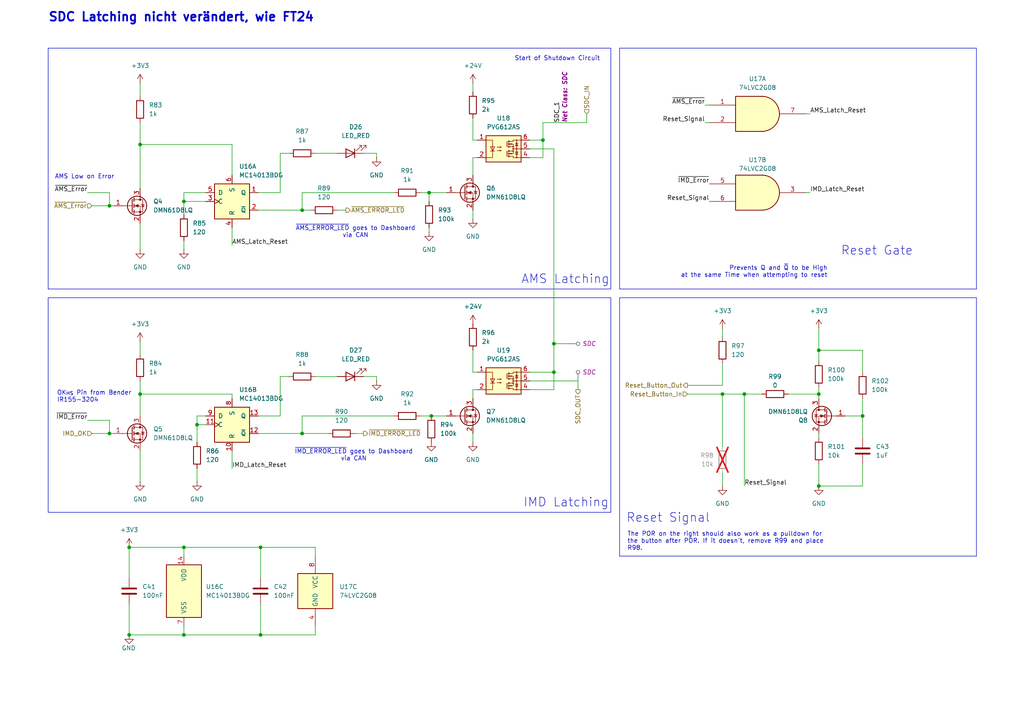
<source format=kicad_sch>
(kicad_sch
	(version 20231120)
	(generator "eeschema")
	(generator_version "8.0")
	(uuid "b214e2e2-9391-4853-8341-3bd7499a16cd")
	(paper "A4")
	(lib_symbols
		(symbol "4xxx:4013"
			(pin_names
				(offset 1.016)
			)
			(exclude_from_sim no)
			(in_bom yes)
			(on_board yes)
			(property "Reference" "U"
				(at -7.62 8.89 0)
				(effects
					(font
						(size 1.27 1.27)
					)
				)
			)
			(property "Value" "4013"
				(at -7.62 -8.89 0)
				(effects
					(font
						(size 1.27 1.27)
					)
				)
			)
			(property "Footprint" ""
				(at 0 0 0)
				(effects
					(font
						(size 1.27 1.27)
					)
					(hide yes)
				)
			)
			(property "Datasheet" "http://www.onsemi.com/pub/Collateral/MC14013B-D.PDF"
				(at 0 0 0)
				(effects
					(font
						(size 1.27 1.27)
					)
					(hide yes)
				)
			)
			(property "Description" "Dual D  FlipFlop, Set & reset"
				(at 0 0 0)
				(effects
					(font
						(size 1.27 1.27)
					)
					(hide yes)
				)
			)
			(property "ki_locked" ""
				(at 0 0 0)
				(effects
					(font
						(size 1.27 1.27)
					)
				)
			)
			(property "ki_keywords" "CMOS DFF"
				(at 0 0 0)
				(effects
					(font
						(size 1.27 1.27)
					)
					(hide yes)
				)
			)
			(property "ki_fp_filters" "DIP*W7.62mm* SOIC*3.9x9.9mm*P1.27mm* TSSOP*4.4x5mm*P0.65mm*"
				(at 0 0 0)
				(effects
					(font
						(size 1.27 1.27)
					)
					(hide yes)
				)
			)
			(symbol "4013_1_1"
				(rectangle
					(start -5.08 5.08)
					(end 5.08 -5.08)
					(stroke
						(width 0.254)
						(type default)
					)
					(fill
						(type background)
					)
				)
				(pin output line
					(at 7.62 2.54 180)
					(length 2.54)
					(name "Q"
						(effects
							(font
								(size 1.27 1.27)
							)
						)
					)
					(number "1"
						(effects
							(font
								(size 1.27 1.27)
							)
						)
					)
				)
				(pin output line
					(at 7.62 -2.54 180)
					(length 2.54)
					(name "~{Q}"
						(effects
							(font
								(size 1.27 1.27)
							)
						)
					)
					(number "2"
						(effects
							(font
								(size 1.27 1.27)
							)
						)
					)
				)
				(pin input clock
					(at -7.62 0 0)
					(length 2.54)
					(name "C"
						(effects
							(font
								(size 1.27 1.27)
							)
						)
					)
					(number "3"
						(effects
							(font
								(size 1.27 1.27)
							)
						)
					)
				)
				(pin input line
					(at 0 -7.62 90)
					(length 2.54)
					(name "R"
						(effects
							(font
								(size 1.27 1.27)
							)
						)
					)
					(number "4"
						(effects
							(font
								(size 1.27 1.27)
							)
						)
					)
				)
				(pin input line
					(at -7.62 2.54 0)
					(length 2.54)
					(name "D"
						(effects
							(font
								(size 1.27 1.27)
							)
						)
					)
					(number "5"
						(effects
							(font
								(size 1.27 1.27)
							)
						)
					)
				)
				(pin input line
					(at 0 7.62 270)
					(length 2.54)
					(name "S"
						(effects
							(font
								(size 1.27 1.27)
							)
						)
					)
					(number "6"
						(effects
							(font
								(size 1.27 1.27)
							)
						)
					)
				)
			)
			(symbol "4013_2_1"
				(rectangle
					(start -5.08 5.08)
					(end 5.08 -5.08)
					(stroke
						(width 0.254)
						(type default)
					)
					(fill
						(type background)
					)
				)
				(pin input line
					(at 0 -7.62 90)
					(length 2.54)
					(name "R"
						(effects
							(font
								(size 1.27 1.27)
							)
						)
					)
					(number "10"
						(effects
							(font
								(size 1.27 1.27)
							)
						)
					)
				)
				(pin input clock
					(at -7.62 0 0)
					(length 2.54)
					(name "C"
						(effects
							(font
								(size 1.27 1.27)
							)
						)
					)
					(number "11"
						(effects
							(font
								(size 1.27 1.27)
							)
						)
					)
				)
				(pin output line
					(at 7.62 -2.54 180)
					(length 2.54)
					(name "~{Q}"
						(effects
							(font
								(size 1.27 1.27)
							)
						)
					)
					(number "12"
						(effects
							(font
								(size 1.27 1.27)
							)
						)
					)
				)
				(pin output line
					(at 7.62 2.54 180)
					(length 2.54)
					(name "Q"
						(effects
							(font
								(size 1.27 1.27)
							)
						)
					)
					(number "13"
						(effects
							(font
								(size 1.27 1.27)
							)
						)
					)
				)
				(pin input line
					(at 0 7.62 270)
					(length 2.54)
					(name "S"
						(effects
							(font
								(size 1.27 1.27)
							)
						)
					)
					(number "8"
						(effects
							(font
								(size 1.27 1.27)
							)
						)
					)
				)
				(pin input line
					(at -7.62 2.54 0)
					(length 2.54)
					(name "D"
						(effects
							(font
								(size 1.27 1.27)
							)
						)
					)
					(number "9"
						(effects
							(font
								(size 1.27 1.27)
							)
						)
					)
				)
			)
			(symbol "4013_3_0"
				(pin power_in line
					(at 0 10.16 270)
					(length 2.54)
					(name "VDD"
						(effects
							(font
								(size 1.27 1.27)
							)
						)
					)
					(number "14"
						(effects
							(font
								(size 1.27 1.27)
							)
						)
					)
				)
				(pin power_in line
					(at 0 -10.16 90)
					(length 2.54)
					(name "VSS"
						(effects
							(font
								(size 1.27 1.27)
							)
						)
					)
					(number "7"
						(effects
							(font
								(size 1.27 1.27)
							)
						)
					)
				)
			)
			(symbol "4013_3_1"
				(rectangle
					(start -5.08 7.62)
					(end 5.08 -7.62)
					(stroke
						(width 0.254)
						(type default)
					)
					(fill
						(type background)
					)
				)
			)
		)
		(symbol "74xGxx:74LVC2G08"
			(exclude_from_sim no)
			(in_bom yes)
			(on_board yes)
			(property "Reference" "U"
				(at -10.16 7.62 0)
				(effects
					(font
						(size 1.27 1.27)
					)
				)
			)
			(property "Value" "74LVC2G08"
				(at -10.16 -7.62 0)
				(effects
					(font
						(size 1.27 1.27)
					)
				)
			)
			(property "Footprint" ""
				(at 0 0 0)
				(effects
					(font
						(size 1.27 1.27)
					)
					(hide yes)
				)
			)
			(property "Datasheet" "http://www.ti.com/lit/sg/scyt129e/scyt129e.pdf"
				(at 0 0 0)
				(effects
					(font
						(size 1.27 1.27)
					)
					(hide yes)
				)
			)
			(property "Description" "Dual AND Gate, Low-Voltage CMOS"
				(at 0 0 0)
				(effects
					(font
						(size 1.27 1.27)
					)
					(hide yes)
				)
			)
			(property "ki_keywords" "Dual Gate AND LVC CMOS"
				(at 0 0 0)
				(effects
					(font
						(size 1.27 1.27)
					)
					(hide yes)
				)
			)
			(property "ki_fp_filters" "SSOP* VSSOP*"
				(at 0 0 0)
				(effects
					(font
						(size 1.27 1.27)
					)
					(hide yes)
				)
			)
			(symbol "74LVC2G08_1_1"
				(arc
					(start 0 -5.08)
					(mid 5.0579 0)
					(end 0 5.08)
					(stroke
						(width 0.254)
						(type default)
					)
					(fill
						(type background)
					)
				)
				(polyline
					(pts
						(xy 0 -5.08) (xy -7.62 -5.08) (xy -7.62 5.08) (xy 0 5.08)
					)
					(stroke
						(width 0.254)
						(type default)
					)
					(fill
						(type background)
					)
				)
				(pin input line
					(at -15.24 2.54 0)
					(length 7.62)
					(name "~"
						(effects
							(font
								(size 1.27 1.27)
							)
						)
					)
					(number "1"
						(effects
							(font
								(size 1.27 1.27)
							)
						)
					)
				)
				(pin input line
					(at -15.24 -2.54 0)
					(length 7.62)
					(name "~"
						(effects
							(font
								(size 1.27 1.27)
							)
						)
					)
					(number "2"
						(effects
							(font
								(size 1.27 1.27)
							)
						)
					)
				)
				(pin output line
					(at 12.7 0 180)
					(length 7.62)
					(name "~"
						(effects
							(font
								(size 1.27 1.27)
							)
						)
					)
					(number "7"
						(effects
							(font
								(size 1.27 1.27)
							)
						)
					)
				)
			)
			(symbol "74LVC2G08_2_1"
				(arc
					(start 0 -5.08)
					(mid 5.0579 0)
					(end 0 5.08)
					(stroke
						(width 0.254)
						(type default)
					)
					(fill
						(type background)
					)
				)
				(polyline
					(pts
						(xy 0 -5.08) (xy -7.62 -5.08) (xy -7.62 5.08) (xy 0 5.08)
					)
					(stroke
						(width 0.254)
						(type default)
					)
					(fill
						(type background)
					)
				)
				(pin output line
					(at 12.7 0 180)
					(length 7.62)
					(name "~"
						(effects
							(font
								(size 1.27 1.27)
							)
						)
					)
					(number "3"
						(effects
							(font
								(size 1.27 1.27)
							)
						)
					)
				)
				(pin input line
					(at -15.24 2.54 0)
					(length 7.62)
					(name "~"
						(effects
							(font
								(size 1.27 1.27)
							)
						)
					)
					(number "5"
						(effects
							(font
								(size 1.27 1.27)
							)
						)
					)
				)
				(pin input line
					(at -15.24 -2.54 0)
					(length 7.62)
					(name "~"
						(effects
							(font
								(size 1.27 1.27)
							)
						)
					)
					(number "6"
						(effects
							(font
								(size 1.27 1.27)
							)
						)
					)
				)
			)
			(symbol "74LVC2G08_3_0"
				(rectangle
					(start -5.08 -5.08)
					(end 5.08 5.08)
					(stroke
						(width 0.254)
						(type default)
					)
					(fill
						(type background)
					)
				)
			)
			(symbol "74LVC2G08_3_1"
				(pin power_in line
					(at 0 -10.16 90)
					(length 5.08)
					(name "GND"
						(effects
							(font
								(size 1.27 1.27)
							)
						)
					)
					(number "4"
						(effects
							(font
								(size 1.27 1.27)
							)
						)
					)
				)
				(pin power_in line
					(at 0 10.16 270)
					(length 5.08)
					(name "VCC"
						(effects
							(font
								(size 1.27 1.27)
							)
						)
					)
					(number "8"
						(effects
							(font
								(size 1.27 1.27)
							)
						)
					)
				)
			)
		)
		(symbol "Device:C"
			(pin_numbers hide)
			(pin_names
				(offset 0.254)
			)
			(exclude_from_sim no)
			(in_bom yes)
			(on_board yes)
			(property "Reference" "C"
				(at 0.635 2.54 0)
				(effects
					(font
						(size 1.27 1.27)
					)
					(justify left)
				)
			)
			(property "Value" "C"
				(at 0.635 -2.54 0)
				(effects
					(font
						(size 1.27 1.27)
					)
					(justify left)
				)
			)
			(property "Footprint" ""
				(at 0.9652 -3.81 0)
				(effects
					(font
						(size 1.27 1.27)
					)
					(hide yes)
				)
			)
			(property "Datasheet" "~"
				(at 0 0 0)
				(effects
					(font
						(size 1.27 1.27)
					)
					(hide yes)
				)
			)
			(property "Description" "Unpolarized capacitor"
				(at 0 0 0)
				(effects
					(font
						(size 1.27 1.27)
					)
					(hide yes)
				)
			)
			(property "ki_keywords" "cap capacitor"
				(at 0 0 0)
				(effects
					(font
						(size 1.27 1.27)
					)
					(hide yes)
				)
			)
			(property "ki_fp_filters" "C_*"
				(at 0 0 0)
				(effects
					(font
						(size 1.27 1.27)
					)
					(hide yes)
				)
			)
			(symbol "C_0_1"
				(polyline
					(pts
						(xy -2.032 -0.762) (xy 2.032 -0.762)
					)
					(stroke
						(width 0.508)
						(type default)
					)
					(fill
						(type none)
					)
				)
				(polyline
					(pts
						(xy -2.032 0.762) (xy 2.032 0.762)
					)
					(stroke
						(width 0.508)
						(type default)
					)
					(fill
						(type none)
					)
				)
			)
			(symbol "C_1_1"
				(pin passive line
					(at 0 3.81 270)
					(length 2.794)
					(name "~"
						(effects
							(font
								(size 1.27 1.27)
							)
						)
					)
					(number "1"
						(effects
							(font
								(size 1.27 1.27)
							)
						)
					)
				)
				(pin passive line
					(at 0 -3.81 90)
					(length 2.794)
					(name "~"
						(effects
							(font
								(size 1.27 1.27)
							)
						)
					)
					(number "2"
						(effects
							(font
								(size 1.27 1.27)
							)
						)
					)
				)
			)
		)
		(symbol "Device:LED"
			(pin_numbers hide)
			(pin_names
				(offset 1.016) hide)
			(exclude_from_sim no)
			(in_bom yes)
			(on_board yes)
			(property "Reference" "D"
				(at 0 2.54 0)
				(effects
					(font
						(size 1.27 1.27)
					)
				)
			)
			(property "Value" "LED"
				(at 0 -2.54 0)
				(effects
					(font
						(size 1.27 1.27)
					)
				)
			)
			(property "Footprint" ""
				(at 0 0 0)
				(effects
					(font
						(size 1.27 1.27)
					)
					(hide yes)
				)
			)
			(property "Datasheet" "~"
				(at 0 0 0)
				(effects
					(font
						(size 1.27 1.27)
					)
					(hide yes)
				)
			)
			(property "Description" "Light emitting diode"
				(at 0 0 0)
				(effects
					(font
						(size 1.27 1.27)
					)
					(hide yes)
				)
			)
			(property "ki_keywords" "LED diode"
				(at 0 0 0)
				(effects
					(font
						(size 1.27 1.27)
					)
					(hide yes)
				)
			)
			(property "ki_fp_filters" "LED* LED_SMD:* LED_THT:*"
				(at 0 0 0)
				(effects
					(font
						(size 1.27 1.27)
					)
					(hide yes)
				)
			)
			(symbol "LED_0_1"
				(polyline
					(pts
						(xy -1.27 -1.27) (xy -1.27 1.27)
					)
					(stroke
						(width 0.254)
						(type default)
					)
					(fill
						(type none)
					)
				)
				(polyline
					(pts
						(xy -1.27 0) (xy 1.27 0)
					)
					(stroke
						(width 0)
						(type default)
					)
					(fill
						(type none)
					)
				)
				(polyline
					(pts
						(xy 1.27 -1.27) (xy 1.27 1.27) (xy -1.27 0) (xy 1.27 -1.27)
					)
					(stroke
						(width 0.254)
						(type default)
					)
					(fill
						(type none)
					)
				)
				(polyline
					(pts
						(xy -3.048 -0.762) (xy -4.572 -2.286) (xy -3.81 -2.286) (xy -4.572 -2.286) (xy -4.572 -1.524)
					)
					(stroke
						(width 0)
						(type default)
					)
					(fill
						(type none)
					)
				)
				(polyline
					(pts
						(xy -1.778 -0.762) (xy -3.302 -2.286) (xy -2.54 -2.286) (xy -3.302 -2.286) (xy -3.302 -1.524)
					)
					(stroke
						(width 0)
						(type default)
					)
					(fill
						(type none)
					)
				)
			)
			(symbol "LED_1_1"
				(pin passive line
					(at -3.81 0 0)
					(length 2.54)
					(name "K"
						(effects
							(font
								(size 1.27 1.27)
							)
						)
					)
					(number "1"
						(effects
							(font
								(size 1.27 1.27)
							)
						)
					)
				)
				(pin passive line
					(at 3.81 0 180)
					(length 2.54)
					(name "A"
						(effects
							(font
								(size 1.27 1.27)
							)
						)
					)
					(number "2"
						(effects
							(font
								(size 1.27 1.27)
							)
						)
					)
				)
			)
		)
		(symbol "Device:R"
			(pin_numbers hide)
			(pin_names
				(offset 0)
			)
			(exclude_from_sim no)
			(in_bom yes)
			(on_board yes)
			(property "Reference" "R"
				(at 2.032 0 90)
				(effects
					(font
						(size 1.27 1.27)
					)
				)
			)
			(property "Value" "R"
				(at 0 0 90)
				(effects
					(font
						(size 1.27 1.27)
					)
				)
			)
			(property "Footprint" ""
				(at -1.778 0 90)
				(effects
					(font
						(size 1.27 1.27)
					)
					(hide yes)
				)
			)
			(property "Datasheet" "~"
				(at 0 0 0)
				(effects
					(font
						(size 1.27 1.27)
					)
					(hide yes)
				)
			)
			(property "Description" "Resistor"
				(at 0 0 0)
				(effects
					(font
						(size 1.27 1.27)
					)
					(hide yes)
				)
			)
			(property "ki_keywords" "R res resistor"
				(at 0 0 0)
				(effects
					(font
						(size 1.27 1.27)
					)
					(hide yes)
				)
			)
			(property "ki_fp_filters" "R_*"
				(at 0 0 0)
				(effects
					(font
						(size 1.27 1.27)
					)
					(hide yes)
				)
			)
			(symbol "R_0_1"
				(rectangle
					(start -1.016 -2.54)
					(end 1.016 2.54)
					(stroke
						(width 0.254)
						(type default)
					)
					(fill
						(type none)
					)
				)
			)
			(symbol "R_1_1"
				(pin passive line
					(at 0 3.81 270)
					(length 1.27)
					(name "~"
						(effects
							(font
								(size 1.27 1.27)
							)
						)
					)
					(number "1"
						(effects
							(font
								(size 1.27 1.27)
							)
						)
					)
				)
				(pin passive line
					(at 0 -3.81 90)
					(length 1.27)
					(name "~"
						(effects
							(font
								(size 1.27 1.27)
							)
						)
					)
					(number "2"
						(effects
							(font
								(size 1.27 1.27)
							)
						)
					)
				)
			)
		)
		(symbol "FaSTTUBe_Power-Switches:PVG612AS"
			(exclude_from_sim no)
			(in_bom yes)
			(on_board yes)
			(property "Reference" "U"
				(at -3.81 5.08 0)
				(effects
					(font
						(size 1.27 1.27)
					)
				)
			)
			(property "Value" "PVG612AS"
				(at 0 -5.08 0)
				(effects
					(font
						(size 1.27 1.27)
					)
				)
			)
			(property "Footprint" "Package_DIP:SMDIP-6_W9.53mm"
				(at 0 -7.62 0)
				(effects
					(font
						(size 1.27 1.27)
					)
					(hide yes)
				)
			)
			(property "Datasheet" "https://www.infineon.com/dgdl/Infineon-PVG612A-DataSheet-v01_00-EN.pdf?fileId=5546d462533600a401535683ca14293a"
				(at 0 -10.16 0)
				(effects
					(font
						(size 1.27 1.27)
					)
					(hide yes)
				)
			)
			(property "Description" "Photo MOSFET optically coupled, 60VDC, 4A, 35mohm, Isolation 4000 VRMS, SMDIP-6"
				(at 0 0 0)
				(effects
					(font
						(size 1.27 1.27)
					)
					(hide yes)
				)
			)
			(property "ki_keywords" "photocouplers photorelay solidstate relay normally opened"
				(at 0 0 0)
				(effects
					(font
						(size 1.27 1.27)
					)
					(hide yes)
				)
			)
			(property "ki_fp_filters" "DIP*W7.62mm*"
				(at 0 0 0)
				(effects
					(font
						(size 1.27 1.27)
					)
					(hide yes)
				)
			)
			(symbol "PVG612AS_0_1"
				(rectangle
					(start -5.08 3.81)
					(end 5.08 -3.81)
					(stroke
						(width 0.254)
						(type default)
					)
					(fill
						(type background)
					)
				)
				(polyline
					(pts
						(xy -3.81 -0.635) (xy -2.54 -0.635)
					)
					(stroke
						(width 0)
						(type default)
					)
					(fill
						(type none)
					)
				)
				(polyline
					(pts
						(xy 1.016 -0.635) (xy 1.016 -2.159)
					)
					(stroke
						(width 0.2032)
						(type default)
					)
					(fill
						(type none)
					)
				)
				(polyline
					(pts
						(xy 1.016 2.159) (xy 1.016 0.635)
					)
					(stroke
						(width 0.2032)
						(type default)
					)
					(fill
						(type none)
					)
				)
				(polyline
					(pts
						(xy 1.524 -0.508) (xy 1.524 -0.762)
					)
					(stroke
						(width 0.3556)
						(type default)
					)
					(fill
						(type none)
					)
				)
				(polyline
					(pts
						(xy 2.794 0) (xy 5.08 0)
					)
					(stroke
						(width 0)
						(type default)
					)
					(fill
						(type none)
					)
				)
				(polyline
					(pts
						(xy 3.429 -1.651) (xy 4.191 -1.651)
					)
					(stroke
						(width 0)
						(type default)
					)
					(fill
						(type none)
					)
				)
				(polyline
					(pts
						(xy 3.429 1.651) (xy 4.191 1.651)
					)
					(stroke
						(width 0)
						(type default)
					)
					(fill
						(type none)
					)
				)
				(polyline
					(pts
						(xy 3.81 -2.54) (xy 3.81 2.54)
					)
					(stroke
						(width 0)
						(type default)
					)
					(fill
						(type none)
					)
				)
				(polyline
					(pts
						(xy 1.524 -2.032) (xy 1.524 -2.286) (xy 1.524 -2.286)
					)
					(stroke
						(width 0.3556)
						(type default)
					)
					(fill
						(type none)
					)
				)
				(polyline
					(pts
						(xy 1.524 -1.27) (xy 1.524 -1.524) (xy 1.524 -1.524)
					)
					(stroke
						(width 0.3556)
						(type default)
					)
					(fill
						(type none)
					)
				)
				(polyline
					(pts
						(xy 1.524 0.762) (xy 1.524 0.508) (xy 1.524 0.508)
					)
					(stroke
						(width 0.3556)
						(type default)
					)
					(fill
						(type none)
					)
				)
				(polyline
					(pts
						(xy 1.524 1.524) (xy 1.524 1.27) (xy 1.524 1.27)
					)
					(stroke
						(width 0.3556)
						(type default)
					)
					(fill
						(type none)
					)
				)
				(polyline
					(pts
						(xy 1.524 2.286) (xy 1.524 2.032) (xy 1.524 2.032)
					)
					(stroke
						(width 0.3556)
						(type default)
					)
					(fill
						(type none)
					)
				)
				(polyline
					(pts
						(xy 1.651 -1.397) (xy 2.794 -1.397) (xy 2.794 -0.635)
					)
					(stroke
						(width 0)
						(type default)
					)
					(fill
						(type none)
					)
				)
				(polyline
					(pts
						(xy 1.651 1.397) (xy 2.794 1.397) (xy 2.794 0.635)
					)
					(stroke
						(width 0)
						(type default)
					)
					(fill
						(type none)
					)
				)
				(polyline
					(pts
						(xy -5.08 2.54) (xy -3.175 2.54) (xy -3.175 -2.54) (xy -5.08 -2.54)
					)
					(stroke
						(width 0)
						(type default)
					)
					(fill
						(type none)
					)
				)
				(polyline
					(pts
						(xy -3.175 -0.635) (xy -3.81 0.635) (xy -2.54 0.635) (xy -3.175 -0.635)
					)
					(stroke
						(width 0)
						(type default)
					)
					(fill
						(type none)
					)
				)
				(polyline
					(pts
						(xy 1.651 -2.159) (xy 2.794 -2.159) (xy 2.794 -2.54) (xy 5.08 -2.54)
					)
					(stroke
						(width 0)
						(type default)
					)
					(fill
						(type none)
					)
				)
				(polyline
					(pts
						(xy 1.651 -0.635) (xy 2.794 -0.635) (xy 2.794 0.635) (xy 1.651 0.635)
					)
					(stroke
						(width 0)
						(type default)
					)
					(fill
						(type none)
					)
				)
				(polyline
					(pts
						(xy 1.651 2.159) (xy 2.794 2.159) (xy 2.794 2.54) (xy 5.08 2.54)
					)
					(stroke
						(width 0)
						(type default)
					)
					(fill
						(type none)
					)
				)
				(polyline
					(pts
						(xy 1.778 -1.397) (xy 2.286 -1.27) (xy 2.286 -1.524) (xy 1.778 -1.397)
					)
					(stroke
						(width 0)
						(type default)
					)
					(fill
						(type none)
					)
				)
				(polyline
					(pts
						(xy 1.778 1.397) (xy 2.286 1.524) (xy 2.286 1.27) (xy 1.778 1.397)
					)
					(stroke
						(width 0)
						(type default)
					)
					(fill
						(type none)
					)
				)
				(polyline
					(pts
						(xy 3.81 -1.651) (xy 3.429 -0.889) (xy 4.191 -0.889) (xy 3.81 -1.651)
					)
					(stroke
						(width 0)
						(type default)
					)
					(fill
						(type none)
					)
				)
				(polyline
					(pts
						(xy 3.81 1.651) (xy 3.429 0.889) (xy 4.191 0.889) (xy 3.81 1.651)
					)
					(stroke
						(width 0)
						(type default)
					)
					(fill
						(type none)
					)
				)
				(polyline
					(pts
						(xy -1.905 -0.508) (xy -0.635 -0.508) (xy -1.016 -0.635) (xy -1.016 -0.381) (xy -0.635 -0.508)
					)
					(stroke
						(width 0)
						(type default)
					)
					(fill
						(type none)
					)
				)
				(polyline
					(pts
						(xy -1.905 0.508) (xy -0.635 0.508) (xy -1.016 0.381) (xy -1.016 0.635) (xy -0.635 0.508)
					)
					(stroke
						(width 0)
						(type default)
					)
					(fill
						(type none)
					)
				)
				(circle
					(center 2.794 -0.635)
					(radius 0.127)
					(stroke
						(width 0)
						(type default)
					)
					(fill
						(type none)
					)
				)
				(circle
					(center 2.794 0)
					(radius 0.127)
					(stroke
						(width 0)
						(type default)
					)
					(fill
						(type none)
					)
				)
				(circle
					(center 2.794 0.635)
					(radius 0.127)
					(stroke
						(width 0)
						(type default)
					)
					(fill
						(type none)
					)
				)
				(circle
					(center 3.81 -2.54)
					(radius 0.127)
					(stroke
						(width 0)
						(type default)
					)
					(fill
						(type none)
					)
				)
				(circle
					(center 3.81 0)
					(radius 0.127)
					(stroke
						(width 0)
						(type default)
					)
					(fill
						(type none)
					)
				)
				(circle
					(center 3.81 2.54)
					(radius 0.127)
					(stroke
						(width 0)
						(type default)
					)
					(fill
						(type none)
					)
				)
			)
			(symbol "PVG612AS_1_1"
				(pin passive line
					(at -7.62 2.54 0)
					(length 2.54)
					(name "~"
						(effects
							(font
								(size 1.27 1.27)
							)
						)
					)
					(number "1"
						(effects
							(font
								(size 1.27 1.27)
							)
						)
					)
				)
				(pin passive line
					(at -7.62 -2.54 0)
					(length 2.54)
					(name "~"
						(effects
							(font
								(size 1.27 1.27)
							)
						)
					)
					(number "2"
						(effects
							(font
								(size 1.27 1.27)
							)
						)
					)
				)
				(pin no_connect line
					(at -5.08 0 0)
					(length 2.54) hide
					(name "~"
						(effects
							(font
								(size 1.27 1.27)
							)
						)
					)
					(number "3"
						(effects
							(font
								(size 1.27 1.27)
							)
						)
					)
				)
				(pin passive line
					(at 7.62 -2.54 180)
					(length 2.54)
					(name "~"
						(effects
							(font
								(size 1.27 1.27)
							)
						)
					)
					(number "4"
						(effects
							(font
								(size 1.27 1.27)
							)
						)
					)
				)
				(pin passive line
					(at 7.62 0 180)
					(length 2.54)
					(name "~"
						(effects
							(font
								(size 1.27 1.27)
							)
						)
					)
					(number "5"
						(effects
							(font
								(size 1.27 1.27)
							)
						)
					)
				)
				(pin passive line
					(at 7.62 2.54 180)
					(length 2.54)
					(name "~"
						(effects
							(font
								(size 1.27 1.27)
							)
						)
					)
					(number "6"
						(effects
							(font
								(size 1.27 1.27)
							)
						)
					)
				)
			)
		)
		(symbol "Transistor_FET:DMN61D8LQ"
			(pin_names hide)
			(exclude_from_sim no)
			(in_bom yes)
			(on_board yes)
			(property "Reference" "Q"
				(at 5.08 1.905 0)
				(effects
					(font
						(size 1.27 1.27)
					)
					(justify left)
				)
			)
			(property "Value" "DMN61D8LQ"
				(at 5.08 0 0)
				(effects
					(font
						(size 1.27 1.27)
					)
					(justify left)
				)
			)
			(property "Footprint" "Package_TO_SOT_SMD:SOT-23"
				(at 5.08 -1.905 0)
				(effects
					(font
						(size 1.27 1.27)
						(italic yes)
					)
					(justify left)
					(hide yes)
				)
			)
			(property "Datasheet" "https://www.diodes.com/assets/Datasheets/DMN61D8LQ.pdf"
				(at 5.08 -3.81 0)
				(effects
					(font
						(size 1.27 1.27)
					)
					(justify left)
					(hide yes)
				)
			)
			(property "Description" "60V Vds, 0.470A Id, N-Channel MOSFET for switching inductive loads , SOT-23"
				(at 0 0 0)
				(effects
					(font
						(size 1.27 1.27)
					)
					(hide yes)
				)
			)
			(property "ki_keywords" "N-Channel MOSFET relay logic-level"
				(at 0 0 0)
				(effects
					(font
						(size 1.27 1.27)
					)
					(hide yes)
				)
			)
			(property "ki_fp_filters" "SOT?23*"
				(at 0 0 0)
				(effects
					(font
						(size 1.27 1.27)
					)
					(hide yes)
				)
			)
			(symbol "DMN61D8LQ_0_1"
				(polyline
					(pts
						(xy 0.254 0) (xy -2.54 0)
					)
					(stroke
						(width 0)
						(type default)
					)
					(fill
						(type none)
					)
				)
				(polyline
					(pts
						(xy 0.254 1.905) (xy 0.254 -1.905)
					)
					(stroke
						(width 0.254)
						(type default)
					)
					(fill
						(type none)
					)
				)
				(polyline
					(pts
						(xy 0.762 -1.27) (xy 0.762 -2.286)
					)
					(stroke
						(width 0.254)
						(type default)
					)
					(fill
						(type none)
					)
				)
				(polyline
					(pts
						(xy 0.762 0.508) (xy 0.762 -0.508)
					)
					(stroke
						(width 0.254)
						(type default)
					)
					(fill
						(type none)
					)
				)
				(polyline
					(pts
						(xy 0.762 2.286) (xy 0.762 1.27)
					)
					(stroke
						(width 0.254)
						(type default)
					)
					(fill
						(type none)
					)
				)
				(polyline
					(pts
						(xy 2.54 2.54) (xy 2.54 1.778)
					)
					(stroke
						(width 0)
						(type default)
					)
					(fill
						(type none)
					)
				)
				(polyline
					(pts
						(xy 2.54 -2.54) (xy 2.54 0) (xy 0.762 0)
					)
					(stroke
						(width 0)
						(type default)
					)
					(fill
						(type none)
					)
				)
				(polyline
					(pts
						(xy 0.762 -1.778) (xy 3.302 -1.778) (xy 3.302 1.778) (xy 0.762 1.778)
					)
					(stroke
						(width 0)
						(type default)
					)
					(fill
						(type none)
					)
				)
				(polyline
					(pts
						(xy 1.016 0) (xy 2.032 0.381) (xy 2.032 -0.381) (xy 1.016 0)
					)
					(stroke
						(width 0)
						(type default)
					)
					(fill
						(type outline)
					)
				)
				(polyline
					(pts
						(xy 2.794 0.508) (xy 2.921 0.381) (xy 3.683 0.381) (xy 3.81 0.254)
					)
					(stroke
						(width 0)
						(type default)
					)
					(fill
						(type none)
					)
				)
				(polyline
					(pts
						(xy 3.302 0.381) (xy 2.921 -0.254) (xy 3.683 -0.254) (xy 3.302 0.381)
					)
					(stroke
						(width 0)
						(type default)
					)
					(fill
						(type none)
					)
				)
				(circle
					(center 1.651 0)
					(radius 2.794)
					(stroke
						(width 0.254)
						(type default)
					)
					(fill
						(type none)
					)
				)
				(circle
					(center 2.54 -1.778)
					(radius 0.254)
					(stroke
						(width 0)
						(type default)
					)
					(fill
						(type outline)
					)
				)
				(circle
					(center 2.54 1.778)
					(radius 0.254)
					(stroke
						(width 0)
						(type default)
					)
					(fill
						(type outline)
					)
				)
			)
			(symbol "DMN61D8LQ_1_1"
				(pin input line
					(at -5.08 0 0)
					(length 2.54)
					(name "G"
						(effects
							(font
								(size 1.27 1.27)
							)
						)
					)
					(number "1"
						(effects
							(font
								(size 1.27 1.27)
							)
						)
					)
				)
				(pin passive line
					(at 2.54 -5.08 90)
					(length 2.54)
					(name "S"
						(effects
							(font
								(size 1.27 1.27)
							)
						)
					)
					(number "2"
						(effects
							(font
								(size 1.27 1.27)
							)
						)
					)
				)
				(pin passive line
					(at 2.54 5.08 270)
					(length 2.54)
					(name "D"
						(effects
							(font
								(size 1.27 1.27)
							)
						)
					)
					(number "3"
						(effects
							(font
								(size 1.27 1.27)
							)
						)
					)
				)
			)
		)
		(symbol "power:+24V"
			(power)
			(pin_numbers hide)
			(pin_names
				(offset 0) hide)
			(exclude_from_sim no)
			(in_bom yes)
			(on_board yes)
			(property "Reference" "#PWR"
				(at 0 -3.81 0)
				(effects
					(font
						(size 1.27 1.27)
					)
					(hide yes)
				)
			)
			(property "Value" "+24V"
				(at 0 3.556 0)
				(effects
					(font
						(size 1.27 1.27)
					)
				)
			)
			(property "Footprint" ""
				(at 0 0 0)
				(effects
					(font
						(size 1.27 1.27)
					)
					(hide yes)
				)
			)
			(property "Datasheet" ""
				(at 0 0 0)
				(effects
					(font
						(size 1.27 1.27)
					)
					(hide yes)
				)
			)
			(property "Description" "Power symbol creates a global label with name \"+24V\""
				(at 0 0 0)
				(effects
					(font
						(size 1.27 1.27)
					)
					(hide yes)
				)
			)
			(property "ki_keywords" "global power"
				(at 0 0 0)
				(effects
					(font
						(size 1.27 1.27)
					)
					(hide yes)
				)
			)
			(symbol "+24V_0_1"
				(polyline
					(pts
						(xy -0.762 1.27) (xy 0 2.54)
					)
					(stroke
						(width 0)
						(type default)
					)
					(fill
						(type none)
					)
				)
				(polyline
					(pts
						(xy 0 0) (xy 0 2.54)
					)
					(stroke
						(width 0)
						(type default)
					)
					(fill
						(type none)
					)
				)
				(polyline
					(pts
						(xy 0 2.54) (xy 0.762 1.27)
					)
					(stroke
						(width 0)
						(type default)
					)
					(fill
						(type none)
					)
				)
			)
			(symbol "+24V_1_1"
				(pin power_in line
					(at 0 0 90)
					(length 0)
					(name "~"
						(effects
							(font
								(size 1.27 1.27)
							)
						)
					)
					(number "1"
						(effects
							(font
								(size 1.27 1.27)
							)
						)
					)
				)
			)
		)
		(symbol "power:+3V3"
			(power)
			(pin_numbers hide)
			(pin_names
				(offset 0) hide)
			(exclude_from_sim no)
			(in_bom yes)
			(on_board yes)
			(property "Reference" "#PWR"
				(at 0 -3.81 0)
				(effects
					(font
						(size 1.27 1.27)
					)
					(hide yes)
				)
			)
			(property "Value" "+3V3"
				(at 0 3.556 0)
				(effects
					(font
						(size 1.27 1.27)
					)
				)
			)
			(property "Footprint" ""
				(at 0 0 0)
				(effects
					(font
						(size 1.27 1.27)
					)
					(hide yes)
				)
			)
			(property "Datasheet" ""
				(at 0 0 0)
				(effects
					(font
						(size 1.27 1.27)
					)
					(hide yes)
				)
			)
			(property "Description" "Power symbol creates a global label with name \"+3V3\""
				(at 0 0 0)
				(effects
					(font
						(size 1.27 1.27)
					)
					(hide yes)
				)
			)
			(property "ki_keywords" "global power"
				(at 0 0 0)
				(effects
					(font
						(size 1.27 1.27)
					)
					(hide yes)
				)
			)
			(symbol "+3V3_0_1"
				(polyline
					(pts
						(xy -0.762 1.27) (xy 0 2.54)
					)
					(stroke
						(width 0)
						(type default)
					)
					(fill
						(type none)
					)
				)
				(polyline
					(pts
						(xy 0 0) (xy 0 2.54)
					)
					(stroke
						(width 0)
						(type default)
					)
					(fill
						(type none)
					)
				)
				(polyline
					(pts
						(xy 0 2.54) (xy 0.762 1.27)
					)
					(stroke
						(width 0)
						(type default)
					)
					(fill
						(type none)
					)
				)
			)
			(symbol "+3V3_1_1"
				(pin power_in line
					(at 0 0 90)
					(length 0)
					(name "~"
						(effects
							(font
								(size 1.27 1.27)
							)
						)
					)
					(number "1"
						(effects
							(font
								(size 1.27 1.27)
							)
						)
					)
				)
			)
		)
		(symbol "power:GND"
			(power)
			(pin_numbers hide)
			(pin_names
				(offset 0) hide)
			(exclude_from_sim no)
			(in_bom yes)
			(on_board yes)
			(property "Reference" "#PWR"
				(at 0 -6.35 0)
				(effects
					(font
						(size 1.27 1.27)
					)
					(hide yes)
				)
			)
			(property "Value" "GND"
				(at 0 -3.81 0)
				(effects
					(font
						(size 1.27 1.27)
					)
				)
			)
			(property "Footprint" ""
				(at 0 0 0)
				(effects
					(font
						(size 1.27 1.27)
					)
					(hide yes)
				)
			)
			(property "Datasheet" ""
				(at 0 0 0)
				(effects
					(font
						(size 1.27 1.27)
					)
					(hide yes)
				)
			)
			(property "Description" "Power symbol creates a global label with name \"GND\" , ground"
				(at 0 0 0)
				(effects
					(font
						(size 1.27 1.27)
					)
					(hide yes)
				)
			)
			(property "ki_keywords" "global power"
				(at 0 0 0)
				(effects
					(font
						(size 1.27 1.27)
					)
					(hide yes)
				)
			)
			(symbol "GND_0_1"
				(polyline
					(pts
						(xy 0 0) (xy 0 -1.27) (xy 1.27 -1.27) (xy 0 -2.54) (xy -1.27 -1.27) (xy 0 -1.27)
					)
					(stroke
						(width 0)
						(type default)
					)
					(fill
						(type none)
					)
				)
			)
			(symbol "GND_1_1"
				(pin power_in line
					(at 0 0 270)
					(length 0)
					(name "~"
						(effects
							(font
								(size 1.27 1.27)
							)
						)
					)
					(number "1"
						(effects
							(font
								(size 1.27 1.27)
							)
						)
					)
				)
			)
		)
	)
	(junction
		(at 215.9 114.3)
		(diameter 0)
		(color 0 0 0 0)
		(uuid "05128300-362b-4836-bbd8-f92be31140af")
	)
	(junction
		(at 57.15 123.19)
		(diameter 0)
		(color 0 0 0 0)
		(uuid "07f3fb8c-e9f5-451b-93d8-1a2641fc6cd2")
	)
	(junction
		(at 40.64 114.3)
		(diameter 0)
		(color 0 0 0 0)
		(uuid "1e000d62-f392-4175-9249-3beea7c90df0")
	)
	(junction
		(at 75.565 184.15)
		(diameter 0)
		(color 0 0 0 0)
		(uuid "2a28896e-4ca8-4221-9edd-306a8c848c4d")
	)
	(junction
		(at 157.48 40.64)
		(diameter 0)
		(color 0 0 0 0)
		(uuid "313c50a2-be71-44c1-a499-928ac8a8dca6")
	)
	(junction
		(at 237.49 140.97)
		(diameter 0)
		(color 0 0 0 0)
		(uuid "33840d2f-c0dc-407c-b760-61b2617d87e8")
	)
	(junction
		(at 53.34 184.15)
		(diameter 0)
		(color 0 0 0 0)
		(uuid "37e4c318-b04e-4abb-be69-d006f5667237")
	)
	(junction
		(at 160.655 107.95)
		(diameter 0)
		(color 0 0 0 0)
		(uuid "43bfeba6-62ff-43ae-b06a-a74eff43c43d")
	)
	(junction
		(at 31.75 59.69)
		(diameter 0)
		(color 0 0 0 0)
		(uuid "52d8530d-87d0-4a8c-8907-062d95072397")
	)
	(junction
		(at 237.49 114.3)
		(diameter 0)
		(color 0 0 0 0)
		(uuid "53a9b6d6-1b55-4235-9539-8c20e6bb07fc")
	)
	(junction
		(at 53.34 58.42)
		(diameter 0)
		(color 0 0 0 0)
		(uuid "54cd8220-f9d3-428d-846e-c05e8fc3359c")
	)
	(junction
		(at 31.75 125.73)
		(diameter 0)
		(color 0 0 0 0)
		(uuid "57cd1eef-abac-4dc1-bdee-0069eb236618")
	)
	(junction
		(at 125.095 120.65)
		(diameter 0)
		(color 0 0 0 0)
		(uuid "5f31c02e-a476-4e7e-be4c-a04165d16a11")
	)
	(junction
		(at 37.465 184.15)
		(diameter 0)
		(color 0 0 0 0)
		(uuid "6aa95e5b-325d-4e71-9c1f-f670a161b6ff")
	)
	(junction
		(at 160.655 99.695)
		(diameter 0)
		(color 0 0 0 0)
		(uuid "6ad600e7-f947-4ac4-8251-d9b351e6afee")
	)
	(junction
		(at 87.63 125.73)
		(diameter 0)
		(color 0 0 0 0)
		(uuid "814a1337-5ca5-4d96-8fff-83e21df17a14")
	)
	(junction
		(at 209.55 114.3)
		(diameter 0)
		(color 0 0 0 0)
		(uuid "84af6c2e-6c84-404c-b8ad-a32d72784532")
	)
	(junction
		(at 40.64 41.91)
		(diameter 0)
		(color 0 0 0 0)
		(uuid "9ad5f7ee-9d0a-4363-803a-3261033b812f")
	)
	(junction
		(at 37.465 158.75)
		(diameter 0)
		(color 0 0 0 0)
		(uuid "9d3eaf52-baa7-4e17-9771-8cdff01038d1")
	)
	(junction
		(at 75.565 158.75)
		(diameter 0)
		(color 0 0 0 0)
		(uuid "b1308c62-e694-4351-b3fa-aa961385693e")
	)
	(junction
		(at 124.46 55.88)
		(diameter 0)
		(color 0 0 0 0)
		(uuid "bdea97d0-ffe7-44ba-94ee-19b532330f1f")
	)
	(junction
		(at 250.19 120.65)
		(diameter 0)
		(color 0 0 0 0)
		(uuid "c78e4426-189c-4a94-8bf7-b2af10c411b6")
	)
	(junction
		(at 53.34 158.75)
		(diameter 0)
		(color 0 0 0 0)
		(uuid "c942ba24-d92d-4b8b-a8a8-9213d6cba2d2")
	)
	(junction
		(at 87.63 60.96)
		(diameter 0)
		(color 0 0 0 0)
		(uuid "d9c9d5c9-32bd-4c9b-b864-5a060cc218b9")
	)
	(junction
		(at 237.49 101.6)
		(diameter 0)
		(color 0 0 0 0)
		(uuid "fcb23242-7edf-4f78-a7c2-7ec715767140")
	)
	(wire
		(pts
			(xy 25.4 55.88) (xy 31.75 55.88)
		)
		(stroke
			(width 0)
			(type default)
		)
		(uuid "03561da7-3fd1-473c-8cff-fddfcff8a7cc")
	)
	(wire
		(pts
			(xy 250.19 120.65) (xy 245.11 120.65)
		)
		(stroke
			(width 0)
			(type default)
		)
		(uuid "04426181-88f4-4236-b615-1d55fefe6619")
	)
	(wire
		(pts
			(xy 125.095 120.65) (xy 129.54 120.65)
		)
		(stroke
			(width 0)
			(type default)
		)
		(uuid "04eaace5-c1b4-48f0-9ab2-7f277521c146")
	)
	(wire
		(pts
			(xy 40.64 24.13) (xy 40.64 27.94)
		)
		(stroke
			(width 0)
			(type default)
		)
		(uuid "06d26c3a-1990-4de0-b125-c244541850d6")
	)
	(wire
		(pts
			(xy 170.18 33.02) (xy 170.18 35.56)
		)
		(stroke
			(width 0)
			(type default)
		)
		(uuid "06fc2650-dc7f-472b-bfd3-96ac572b7db8")
	)
	(wire
		(pts
			(xy 75.565 184.15) (xy 91.44 184.15)
		)
		(stroke
			(width 0)
			(type default)
		)
		(uuid "0b7443ed-2299-4d9e-bbb6-74eef6b5c744")
	)
	(wire
		(pts
			(xy 157.48 40.64) (xy 157.48 45.72)
		)
		(stroke
			(width 0)
			(type default)
		)
		(uuid "0f4e46ed-03f2-418e-91e1-4bfbb51fed90")
	)
	(polyline
		(pts
			(xy 283.21 161.29) (xy 283.21 86.36)
		)
		(stroke
			(width 0)
			(type default)
		)
		(uuid "1019316a-58ca-43d6-87b1-464a38315a35")
	)
	(polyline
		(pts
			(xy 179.705 161.29) (xy 283.21 161.29)
		)
		(stroke
			(width 0)
			(type default)
		)
		(uuid "14961bb8-fd10-4309-b1b1-40748c606376")
	)
	(wire
		(pts
			(xy 105.41 44.45) (xy 109.22 44.45)
		)
		(stroke
			(width 0)
			(type default)
		)
		(uuid "14ebd5c6-2eb2-47a4-8ba2-73c2ca208804")
	)
	(polyline
		(pts
			(xy 177.165 86.36) (xy 177.165 148.59)
		)
		(stroke
			(width 0)
			(type default)
		)
		(uuid "17606c16-9f89-4a71-9ba0-c590d61059e8")
	)
	(polyline
		(pts
			(xy 13.97 83.82) (xy 13.97 13.97)
		)
		(stroke
			(width 0)
			(type default)
		)
		(uuid "179dab44-6862-4b5e-8041-963ce35d1d4c")
	)
	(wire
		(pts
			(xy 250.19 120.65) (xy 250.19 127)
		)
		(stroke
			(width 0)
			(type default)
		)
		(uuid "1c257a35-0276-4228-9a0a-0c625721c51c")
	)
	(wire
		(pts
			(xy 137.16 115.57) (xy 137.16 113.03)
		)
		(stroke
			(width 0)
			(type default)
		)
		(uuid "1c7113d1-8a6b-4fa4-a076-69c4f4591d10")
	)
	(wire
		(pts
			(xy 204.47 30.48) (xy 205.74 30.48)
		)
		(stroke
			(width 0)
			(type default)
		)
		(uuid "1e66aca1-d07d-43e3-acd9-b4cecd1a5c5f")
	)
	(wire
		(pts
			(xy 75.565 158.75) (xy 91.44 158.75)
		)
		(stroke
			(width 0)
			(type default)
		)
		(uuid "1f4bfc7e-f8f8-4773-8c02-c56e0a56615c")
	)
	(wire
		(pts
			(xy 160.655 99.695) (xy 165.1 99.695)
		)
		(stroke
			(width 0)
			(type default)
		)
		(uuid "1f7bdf35-63ad-4fc8-9137-742fd2449274")
	)
	(wire
		(pts
			(xy 237.49 112.395) (xy 237.49 114.3)
		)
		(stroke
			(width 0)
			(type default)
		)
		(uuid "20a8d1c7-61df-4412-b459-b9bc92e97346")
	)
	(wire
		(pts
			(xy 233.68 33.02) (xy 234.95 33.02)
		)
		(stroke
			(width 0)
			(type default)
		)
		(uuid "239ec637-ef1a-480b-ac75-d60f5f3e4eff")
	)
	(wire
		(pts
			(xy 114.3 55.88) (xy 87.63 55.88)
		)
		(stroke
			(width 0)
			(type default)
		)
		(uuid "24facaa7-99dd-49f4-8aa8-a4028a2755a5")
	)
	(wire
		(pts
			(xy 160.655 107.95) (xy 160.655 113.03)
		)
		(stroke
			(width 0)
			(type default)
		)
		(uuid "25a57a9c-84f3-4f65-820f-8150b3c71caf")
	)
	(wire
		(pts
			(xy 87.63 120.65) (xy 87.63 125.73)
		)
		(stroke
			(width 0)
			(type default)
		)
		(uuid "2713ae0a-ba7b-4a4c-8c5a-cdd9db9b03a0")
	)
	(wire
		(pts
			(xy 40.64 64.77) (xy 40.64 72.39)
		)
		(stroke
			(width 0)
			(type default)
		)
		(uuid "2a776f3c-e075-4a86-bb6d-89adbf29e15c")
	)
	(wire
		(pts
			(xy 67.31 41.91) (xy 67.31 50.8)
		)
		(stroke
			(width 0)
			(type default)
		)
		(uuid "2cbf13c7-cc26-435e-91f2-4e33cf040723")
	)
	(polyline
		(pts
			(xy 179.705 83.82) (xy 283.21 83.82)
		)
		(stroke
			(width 0)
			(type default)
		)
		(uuid "2e482c10-debd-44af-90a0-878091aadb5c")
	)
	(wire
		(pts
			(xy 40.64 110.49) (xy 40.64 114.3)
		)
		(stroke
			(width 0)
			(type default)
		)
		(uuid "31db7687-27e7-4cab-9abc-0710aee5bfa3")
	)
	(wire
		(pts
			(xy 40.64 99.06) (xy 40.64 102.87)
		)
		(stroke
			(width 0)
			(type default)
		)
		(uuid "36534339-eef1-419f-ac42-264da3e04843")
	)
	(wire
		(pts
			(xy 215.9 114.3) (xy 220.98 114.3)
		)
		(stroke
			(width 0)
			(type default)
		)
		(uuid "39270ccc-cd52-427c-93c2-5daa33e4dceb")
	)
	(wire
		(pts
			(xy 138.43 107.95) (xy 137.16 107.95)
		)
		(stroke
			(width 0)
			(type default)
		)
		(uuid "3b5bee3e-dfce-4436-9515-ef3e6b700546")
	)
	(wire
		(pts
			(xy 57.15 135.89) (xy 57.15 139.7)
		)
		(stroke
			(width 0)
			(type default)
		)
		(uuid "3c00def5-2b5b-4cd2-b925-29df981d417f")
	)
	(wire
		(pts
			(xy 109.22 109.22) (xy 109.22 110.49)
		)
		(stroke
			(width 0)
			(type default)
		)
		(uuid "3c2929bb-c559-48e0-95d2-b8c69024a1ca")
	)
	(wire
		(pts
			(xy 199.39 111.76) (xy 209.55 111.76)
		)
		(stroke
			(width 0)
			(type default)
		)
		(uuid "40af85dc-6c68-4bb7-b99e-00d5bc8fa94d")
	)
	(wire
		(pts
			(xy 37.465 158.75) (xy 37.465 167.64)
		)
		(stroke
			(width 0)
			(type default)
		)
		(uuid "42c001dc-c5b0-4312-9c0a-0fb8cb3dc7e9")
	)
	(wire
		(pts
			(xy 250.19 101.6) (xy 250.19 107.95)
		)
		(stroke
			(width 0)
			(type default)
		)
		(uuid "441cff91-de77-48d3-8858-71bf6fd578f8")
	)
	(wire
		(pts
			(xy 53.34 62.23) (xy 53.34 58.42)
		)
		(stroke
			(width 0)
			(type default)
		)
		(uuid "449125f9-c566-4123-9401-eaaa15da856e")
	)
	(wire
		(pts
			(xy 91.44 181.61) (xy 91.44 184.15)
		)
		(stroke
			(width 0)
			(type default)
		)
		(uuid "451fe83d-b06b-4e95-8015-1b6deb21322b")
	)
	(wire
		(pts
			(xy 75.565 175.26) (xy 75.565 184.15)
		)
		(stroke
			(width 0)
			(type default)
		)
		(uuid "49cc813e-17d5-4de3-8fee-2145a810fb6c")
	)
	(wire
		(pts
			(xy 237.49 127) (xy 237.49 125.73)
		)
		(stroke
			(width 0)
			(type default)
		)
		(uuid "500869c1-5d1c-4a83-92f7-e425576469ac")
	)
	(wire
		(pts
			(xy 237.49 140.97) (xy 250.19 140.97)
		)
		(stroke
			(width 0)
			(type default)
		)
		(uuid "508e84e7-6201-495d-9e9a-15ea09a46012")
	)
	(wire
		(pts
			(xy 74.93 55.88) (xy 81.28 55.88)
		)
		(stroke
			(width 0)
			(type default)
		)
		(uuid "5155440e-2b32-450e-8781-07da4226424d")
	)
	(wire
		(pts
			(xy 91.44 158.75) (xy 91.44 161.29)
		)
		(stroke
			(width 0)
			(type default)
		)
		(uuid "51da777c-ce9d-4263-bdc7-a3088f00968a")
	)
	(wire
		(pts
			(xy 40.64 35.56) (xy 40.64 41.91)
		)
		(stroke
			(width 0)
			(type default)
		)
		(uuid "528745a9-de1e-42ec-8464-4766141ab7aa")
	)
	(polyline
		(pts
			(xy 13.97 13.97) (xy 177.165 13.97)
		)
		(stroke
			(width 0)
			(type default)
		)
		(uuid "54466726-5fe1-4a47-94af-d610c494d84f")
	)
	(wire
		(pts
			(xy 53.34 58.42) (xy 59.69 58.42)
		)
		(stroke
			(width 0)
			(type default)
		)
		(uuid "569d24c7-0a34-4f71-b1c2-5e185fe6216e")
	)
	(wire
		(pts
			(xy 91.44 109.22) (xy 97.79 109.22)
		)
		(stroke
			(width 0)
			(type default)
		)
		(uuid "577303cb-8dce-4b4a-b252-254841b04691")
	)
	(wire
		(pts
			(xy 157.48 45.72) (xy 153.67 45.72)
		)
		(stroke
			(width 0)
			(type default)
		)
		(uuid "5bcd29f0-d59a-4a34-9de4-266da042d154")
	)
	(wire
		(pts
			(xy 137.16 45.72) (xy 138.43 45.72)
		)
		(stroke
			(width 0)
			(type default)
		)
		(uuid "600d0f2b-0b27-4854-b3a5-d490817a44db")
	)
	(wire
		(pts
			(xy 114.3 120.65) (xy 87.63 120.65)
		)
		(stroke
			(width 0)
			(type default)
		)
		(uuid "61bd5280-d54c-4039-8ac8-71f102032a2c")
	)
	(wire
		(pts
			(xy 74.93 125.73) (xy 87.63 125.73)
		)
		(stroke
			(width 0)
			(type default)
		)
		(uuid "62481aba-1549-441f-b7c5-a9db94065bb5")
	)
	(polyline
		(pts
			(xy 13.97 148.59) (xy 13.97 86.36)
		)
		(stroke
			(width 0)
			(type default)
		)
		(uuid "62f26f13-ec83-4bf4-9b75-97239caeb5f6")
	)
	(wire
		(pts
			(xy 105.41 109.22) (xy 109.22 109.22)
		)
		(stroke
			(width 0)
			(type default)
		)
		(uuid "63beb275-7a6c-4963-9205-b5590999439d")
	)
	(wire
		(pts
			(xy 215.9 114.3) (xy 215.9 140.97)
		)
		(stroke
			(width 0)
			(type default)
		)
		(uuid "66a663bf-1f25-4130-a67b-ed82ed16a051")
	)
	(wire
		(pts
			(xy 204.47 35.56) (xy 205.74 35.56)
		)
		(stroke
			(width 0)
			(type default)
		)
		(uuid "67c1504a-30d2-403e-99a9-94e1434e4ecb")
	)
	(wire
		(pts
			(xy 97.79 60.96) (xy 100.33 60.96)
		)
		(stroke
			(width 0)
			(type default)
		)
		(uuid "68c3ac0e-cd9b-43d4-b90f-c2ff8d27b649")
	)
	(wire
		(pts
			(xy 137.16 60.96) (xy 137.16 63.5)
		)
		(stroke
			(width 0)
			(type default)
		)
		(uuid "6b283ca5-70ce-403c-bf63-42dfdee52c47")
	)
	(wire
		(pts
			(xy 109.22 44.45) (xy 109.22 45.72)
		)
		(stroke
			(width 0)
			(type default)
		)
		(uuid "6c2dc2dd-957d-4baa-86f7-e5f97e6a4009")
	)
	(wire
		(pts
			(xy 37.465 158.75) (xy 53.34 158.75)
		)
		(stroke
			(width 0)
			(type default)
		)
		(uuid "6c888be1-d476-4598-89cc-32f47230d3dd")
	)
	(wire
		(pts
			(xy 31.75 55.88) (xy 31.75 59.69)
		)
		(stroke
			(width 0)
			(type default)
		)
		(uuid "6ce393a8-6d7a-4bfc-b5fb-80c5f0d62f61")
	)
	(wire
		(pts
			(xy 53.34 184.15) (xy 75.565 184.15)
		)
		(stroke
			(width 0)
			(type default)
		)
		(uuid "6dc7ab18-8f76-4ccf-8e21-6a8191c6b944")
	)
	(wire
		(pts
			(xy 167.64 113.03) (xy 167.64 110.49)
		)
		(stroke
			(width 0)
			(type default)
		)
		(uuid "6e01a450-69b8-43f3-a308-c18cee830f89")
	)
	(wire
		(pts
			(xy 87.63 60.96) (xy 90.17 60.96)
		)
		(stroke
			(width 0)
			(type default)
		)
		(uuid "6e390548-e1b9-4252-919f-8fc4e9842174")
	)
	(polyline
		(pts
			(xy 179.705 86.36) (xy 283.21 86.36)
		)
		(stroke
			(width 0)
			(type default)
		)
		(uuid "6e48dfe1-9f2c-49b2-8d97-51139e4e0cd0")
	)
	(wire
		(pts
			(xy 233.68 55.88) (xy 234.95 55.88)
		)
		(stroke
			(width 0)
			(type default)
		)
		(uuid "79c9e145-b1a5-48d0-8f08-18b2037eb5e5")
	)
	(wire
		(pts
			(xy 137.16 40.64) (xy 137.16 34.29)
		)
		(stroke
			(width 0)
			(type default)
		)
		(uuid "7c9ab5bf-ef13-4d53-8fe0-9d851ca1fc00")
	)
	(polyline
		(pts
			(xy 177.165 83.82) (xy 13.97 83.82)
		)
		(stroke
			(width 0)
			(type default)
		)
		(uuid "7ca14233-3ec5-4ce3-9837-23b9770ce244")
	)
	(wire
		(pts
			(xy 199.39 114.3) (xy 209.55 114.3)
		)
		(stroke
			(width 0)
			(type default)
		)
		(uuid "7fdcac62-77b5-4804-866d-3de4bf0dd06e")
	)
	(wire
		(pts
			(xy 74.93 60.96) (xy 87.63 60.96)
		)
		(stroke
			(width 0)
			(type default)
		)
		(uuid "81348d0c-42d3-4beb-9f6c-59c1cbad5513")
	)
	(wire
		(pts
			(xy 137.16 125.73) (xy 137.16 128.27)
		)
		(stroke
			(width 0)
			(type default)
		)
		(uuid "816bf44e-3b57-46b6-a102-6f1c3a7943c5")
	)
	(wire
		(pts
			(xy 160.655 99.695) (xy 160.655 107.95)
		)
		(stroke
			(width 0)
			(type default)
		)
		(uuid "81d19e09-f35c-4317-8719-01a85e4265e9")
	)
	(wire
		(pts
			(xy 81.28 44.45) (xy 83.82 44.45)
		)
		(stroke
			(width 0)
			(type default)
		)
		(uuid "82976af4-e7b8-4274-b52c-638168e6c315")
	)
	(wire
		(pts
			(xy 53.34 69.85) (xy 53.34 72.39)
		)
		(stroke
			(width 0)
			(type default)
		)
		(uuid "82a99433-7c7b-4cd9-96d4-d65eb04b6fc5")
	)
	(wire
		(pts
			(xy 87.63 125.73) (xy 95.25 125.73)
		)
		(stroke
			(width 0)
			(type default)
		)
		(uuid "83b10c2d-b990-4cd2-8323-407deb6d7c41")
	)
	(wire
		(pts
			(xy 121.92 120.65) (xy 125.095 120.65)
		)
		(stroke
			(width 0)
			(type default)
		)
		(uuid "83bd5a8f-4d68-42a7-b0b5-f0a620d846ac")
	)
	(wire
		(pts
			(xy 102.87 125.73) (xy 105.41 125.73)
		)
		(stroke
			(width 0)
			(type default)
		)
		(uuid "846bc671-2635-4177-9da7-06e47fcfadf8")
	)
	(wire
		(pts
			(xy 138.43 40.64) (xy 137.16 40.64)
		)
		(stroke
			(width 0)
			(type default)
		)
		(uuid "85449fb2-f5e0-4581-80a5-deb90adbc13e")
	)
	(wire
		(pts
			(xy 124.46 66.04) (xy 124.46 67.31)
		)
		(stroke
			(width 0)
			(type default)
		)
		(uuid "86b0b10d-6374-4c04-b5e9-2786c7646804")
	)
	(wire
		(pts
			(xy 53.34 158.75) (xy 75.565 158.75)
		)
		(stroke
			(width 0)
			(type default)
		)
		(uuid "86e59625-78e4-402b-a612-8f4be29d1c0f")
	)
	(wire
		(pts
			(xy 57.15 120.65) (xy 59.69 120.65)
		)
		(stroke
			(width 0)
			(type default)
		)
		(uuid "87a559e0-a99a-4931-8804-29c3300cf300")
	)
	(wire
		(pts
			(xy 40.64 114.3) (xy 40.64 120.65)
		)
		(stroke
			(width 0)
			(type default)
		)
		(uuid "89372375-0866-4ec9-94f8-adae1941638c")
	)
	(polyline
		(pts
			(xy 283.21 13.97) (xy 179.705 13.97)
		)
		(stroke
			(width 0)
			(type default)
		)
		(uuid "8fdde4d4-3c20-4b67-98d4-83fde8dcb738")
	)
	(polyline
		(pts
			(xy 13.97 86.36) (xy 177.165 86.36)
		)
		(stroke
			(width 0)
			(type default)
		)
		(uuid "9296a379-09de-49cb-a4b8-248ca41df56a")
	)
	(wire
		(pts
			(xy 124.46 55.88) (xy 124.46 58.42)
		)
		(stroke
			(width 0)
			(type default)
		)
		(uuid "92aa9b7e-7848-4ad7-bf69-10717d158541")
	)
	(wire
		(pts
			(xy 26.67 125.73) (xy 31.75 125.73)
		)
		(stroke
			(width 0)
			(type default)
		)
		(uuid "9654035d-6e7f-4b91-8b94-3b6af232a018")
	)
	(wire
		(pts
			(xy 31.75 59.69) (xy 33.02 59.69)
		)
		(stroke
			(width 0)
			(type default)
		)
		(uuid "9a976511-00dc-4a83-b51f-7b31676b7cec")
	)
	(wire
		(pts
			(xy 153.67 43.18) (xy 160.655 43.18)
		)
		(stroke
			(width 0)
			(type default)
		)
		(uuid "9bb08d5d-4efc-46fa-86a6-814fc9ae20f8")
	)
	(wire
		(pts
			(xy 250.19 140.97) (xy 250.19 134.62)
		)
		(stroke
			(width 0)
			(type default)
		)
		(uuid "9cf05663-6772-46f7-ac8d-f15352151f18")
	)
	(wire
		(pts
			(xy 237.49 95.25) (xy 237.49 101.6)
		)
		(stroke
			(width 0)
			(type default)
		)
		(uuid "9d240b70-be4b-42d6-b35c-512834326c54")
	)
	(wire
		(pts
			(xy 67.31 41.91) (xy 40.64 41.91)
		)
		(stroke
			(width 0)
			(type default)
		)
		(uuid "9d947574-5e5f-48d6-b47a-789e767fc646")
	)
	(polyline
		(pts
			(xy 177.165 148.59) (xy 13.97 148.59)
		)
		(stroke
			(width 0)
			(type default)
		)
		(uuid "9ef5f979-01e4-4d2d-a4be-720da14ba495")
	)
	(wire
		(pts
			(xy 81.28 109.22) (xy 83.82 109.22)
		)
		(stroke
			(width 0)
			(type default)
		)
		(uuid "9f01547a-6caf-4d86-8d29-96b77c1bea2e")
	)
	(wire
		(pts
			(xy 160.655 107.95) (xy 153.67 107.95)
		)
		(stroke
			(width 0)
			(type default)
		)
		(uuid "9fc706f8-c6d3-4584-9fe8-8c1aa9fb50d7")
	)
	(wire
		(pts
			(xy 75.565 158.75) (xy 75.565 167.64)
		)
		(stroke
			(width 0)
			(type default)
		)
		(uuid "9fd262ef-622c-402c-92a9-25ea077e24e8")
	)
	(wire
		(pts
			(xy 53.34 55.88) (xy 59.69 55.88)
		)
		(stroke
			(width 0)
			(type default)
		)
		(uuid "9ff5306e-5b99-46dc-8af9-7ae172f87d67")
	)
	(wire
		(pts
			(xy 160.655 43.18) (xy 160.655 99.695)
		)
		(stroke
			(width 0)
			(type default)
		)
		(uuid "a06b3674-6f87-429c-be9c-44e8630d6fb1")
	)
	(wire
		(pts
			(xy 40.64 130.81) (xy 40.64 139.7)
		)
		(stroke
			(width 0)
			(type default)
		)
		(uuid "a1e1b9a2-162e-4cbb-90d6-e2ec30244e3f")
	)
	(wire
		(pts
			(xy 57.15 123.19) (xy 59.69 123.19)
		)
		(stroke
			(width 0)
			(type default)
		)
		(uuid "a3cde7a8-e27a-4e31-a3ee-ef89e710b0bc")
	)
	(wire
		(pts
			(xy 160.655 113.03) (xy 153.67 113.03)
		)
		(stroke
			(width 0)
			(type default)
		)
		(uuid "a4360bee-2f3a-4778-ac7d-e13f2045dc35")
	)
	(wire
		(pts
			(xy 53.34 158.75) (xy 53.34 161.29)
		)
		(stroke
			(width 0)
			(type default)
		)
		(uuid "a524ba31-4099-4131-a76b-45c1715a41fe")
	)
	(wire
		(pts
			(xy 37.465 175.26) (xy 37.465 184.15)
		)
		(stroke
			(width 0)
			(type default)
		)
		(uuid "a678b6d1-82a8-431b-811f-2cb7c8ae9b3a")
	)
	(wire
		(pts
			(xy 31.75 121.92) (xy 31.75 125.73)
		)
		(stroke
			(width 0)
			(type default)
		)
		(uuid "a7f9de1d-0cee-4e6d-bdf7-f4e72588bc93")
	)
	(wire
		(pts
			(xy 67.31 114.3) (xy 67.31 115.57)
		)
		(stroke
			(width 0)
			(type default)
		)
		(uuid "a98c7476-ff52-4069-9a52-dbe81e94cb9e")
	)
	(wire
		(pts
			(xy 237.49 134.62) (xy 237.49 140.97)
		)
		(stroke
			(width 0)
			(type default)
		)
		(uuid "aa656c4a-4c88-4b54-b9cb-8b1faaeacc44")
	)
	(wire
		(pts
			(xy 57.15 123.19) (xy 57.15 128.27)
		)
		(stroke
			(width 0)
			(type default)
		)
		(uuid "ab79b405-cfc3-4399-a4ac-c2885f8d341f")
	)
	(wire
		(pts
			(xy 37.465 184.15) (xy 53.34 184.15)
		)
		(stroke
			(width 0)
			(type default)
		)
		(uuid "adc87a4a-41db-417b-a7a0-c9d84fe4c520")
	)
	(wire
		(pts
			(xy 209.55 111.76) (xy 209.55 105.41)
		)
		(stroke
			(width 0)
			(type default)
		)
		(uuid "aecfd0de-61d0-4059-be50-6e1b96ed4b5f")
	)
	(wire
		(pts
			(xy 137.16 50.8) (xy 137.16 45.72)
		)
		(stroke
			(width 0)
			(type default)
		)
		(uuid "af57130e-ce0d-4698-a9c1-c268cc2bf9c2")
	)
	(wire
		(pts
			(xy 40.64 114.3) (xy 67.31 114.3)
		)
		(stroke
			(width 0)
			(type default)
		)
		(uuid "b1b10baa-906d-46f7-8e24-66d13d43516c")
	)
	(wire
		(pts
			(xy 167.64 110.49) (xy 153.67 110.49)
		)
		(stroke
			(width 0)
			(type default)
		)
		(uuid "b3f51303-e104-42d6-825b-ffcda37c7cc8")
	)
	(wire
		(pts
			(xy 40.64 41.91) (xy 40.64 54.61)
		)
		(stroke
			(width 0)
			(type default)
		)
		(uuid "b63fc99f-0f3e-4bba-b024-203fdffff193")
	)
	(wire
		(pts
			(xy 137.16 24.13) (xy 137.16 26.67)
		)
		(stroke
			(width 0)
			(type default)
		)
		(uuid "b6ae5171-706a-4507-ab98-62662185c33d")
	)
	(wire
		(pts
			(xy 209.55 137.16) (xy 209.55 140.97)
		)
		(stroke
			(width 0)
			(type default)
		)
		(uuid "bc730cc4-1b60-4afd-b6b9-3ce699c2d613")
	)
	(wire
		(pts
			(xy 157.48 35.56) (xy 157.48 40.64)
		)
		(stroke
			(width 0)
			(type default)
		)
		(uuid "bd3cda17-a3e6-4390-8311-e54c5d7394d6")
	)
	(wire
		(pts
			(xy 74.93 120.65) (xy 81.28 120.65)
		)
		(stroke
			(width 0)
			(type default)
		)
		(uuid "be2daca5-3f64-4599-956b-312afd63a4b8")
	)
	(wire
		(pts
			(xy 87.63 55.88) (xy 87.63 60.96)
		)
		(stroke
			(width 0)
			(type default)
		)
		(uuid "c4a07def-f515-4a96-852f-925fcdf0e4e4")
	)
	(polyline
		(pts
			(xy 283.21 13.97) (xy 283.21 83.82)
		)
		(stroke
			(width 0)
			(type default)
		)
		(uuid "c8ddf76e-540e-458d-b443-3fba4a02a691")
	)
	(wire
		(pts
			(xy 57.15 120.65) (xy 57.15 123.19)
		)
		(stroke
			(width 0)
			(type default)
		)
		(uuid "cbb5a6aa-194b-49ad-914d-c8d9123c0e93")
	)
	(wire
		(pts
			(xy 209.55 95.25) (xy 209.55 97.79)
		)
		(stroke
			(width 0)
			(type default)
		)
		(uuid "d088341a-b945-49a5-b909-60c47c8cbd38")
	)
	(wire
		(pts
			(xy 31.75 125.73) (xy 33.02 125.73)
		)
		(stroke
			(width 0)
			(type default)
		)
		(uuid "d198320a-593d-47ab-9fd7-9e0a2b20cb76")
	)
	(wire
		(pts
			(xy 137.16 107.95) (xy 137.16 101.6)
		)
		(stroke
			(width 0)
			(type default)
		)
		(uuid "d253bb12-8a25-487d-809d-6f536250c51c")
	)
	(wire
		(pts
			(xy 26.67 59.69) (xy 31.75 59.69)
		)
		(stroke
			(width 0)
			(type default)
		)
		(uuid "d3745012-ecbd-4054-8c10-5314071e75db")
	)
	(wire
		(pts
			(xy 25.4 121.92) (xy 31.75 121.92)
		)
		(stroke
			(width 0)
			(type default)
		)
		(uuid "d46d2288-b571-4533-a47b-0080a4873293")
	)
	(wire
		(pts
			(xy 157.48 40.64) (xy 153.67 40.64)
		)
		(stroke
			(width 0)
			(type default)
		)
		(uuid "d7422dc4-e438-45c6-93ea-d53da5f4bdeb")
	)
	(wire
		(pts
			(xy 67.31 66.04) (xy 67.31 71.12)
		)
		(stroke
			(width 0)
			(type default)
		)
		(uuid "d7acd0c6-c439-4936-96af-aa869575d4b6")
	)
	(wire
		(pts
			(xy 209.55 114.3) (xy 215.9 114.3)
		)
		(stroke
			(width 0)
			(type default)
		)
		(uuid "dfd26583-ed81-4105-a2fe-0824d30a4d0d")
	)
	(wire
		(pts
			(xy 237.49 114.3) (xy 237.49 115.57)
		)
		(stroke
			(width 0)
			(type default)
		)
		(uuid "dfe4e405-beb7-4a77-86fa-aed07fea0bd0")
	)
	(wire
		(pts
			(xy 121.92 55.88) (xy 124.46 55.88)
		)
		(stroke
			(width 0)
			(type default)
		)
		(uuid "e046a798-8c0c-4fbc-be44-1f943b366d0b")
	)
	(wire
		(pts
			(xy 81.28 55.88) (xy 81.28 44.45)
		)
		(stroke
			(width 0)
			(type default)
		)
		(uuid "e185bc6f-8543-4674-a1ea-4bd20f4b6650")
	)
	(wire
		(pts
			(xy 237.49 101.6) (xy 237.49 104.775)
		)
		(stroke
			(width 0)
			(type default)
		)
		(uuid "e24fd6ae-6f51-4384-ae0e-6bf0eac5a484")
	)
	(wire
		(pts
			(xy 250.19 115.57) (xy 250.19 120.65)
		)
		(stroke
			(width 0)
			(type default)
		)
		(uuid "e3f92a5c-0436-4b55-9ce9-dc6a68c8ec19")
	)
	(wire
		(pts
			(xy 137.16 113.03) (xy 138.43 113.03)
		)
		(stroke
			(width 0)
			(type default)
		)
		(uuid "e8a4a0e9-146c-4621-bdf0-a96547b1d8f6")
	)
	(wire
		(pts
			(xy 228.6 114.3) (xy 237.49 114.3)
		)
		(stroke
			(width 0)
			(type default)
		)
		(uuid "e8bcb41c-b5cd-4e0e-85b3-9852e3e79ff1")
	)
	(wire
		(pts
			(xy 81.28 120.65) (xy 81.28 109.22)
		)
		(stroke
			(width 0)
			(type default)
		)
		(uuid "ea9315f3-9433-4d5f-b7c3-1af57762b320")
	)
	(wire
		(pts
			(xy 67.31 130.81) (xy 67.31 135.89)
		)
		(stroke
			(width 0)
			(type default)
		)
		(uuid "eb69b7ab-50e6-4959-8c69-f98e892ac706")
	)
	(polyline
		(pts
			(xy 179.705 86.36) (xy 179.705 161.29)
		)
		(stroke
			(width 0)
			(type default)
		)
		(uuid "eb8c6ff7-81ed-443c-8045-adb37bed16e1")
	)
	(wire
		(pts
			(xy 157.48 35.56) (xy 170.18 35.56)
		)
		(stroke
			(width 0)
			(type default)
		)
		(uuid "ed3e37dd-b08e-491d-9074-9f665daac071")
	)
	(polyline
		(pts
			(xy 177.165 13.97) (xy 177.165 83.82)
		)
		(stroke
			(width 0)
			(type default)
		)
		(uuid "efcaccfa-d8d4-4a33-afd8-27702137a50e")
	)
	(wire
		(pts
			(xy 53.34 181.61) (xy 53.34 184.15)
		)
		(stroke
			(width 0)
			(type default)
		)
		(uuid "f4272a50-bb6b-430c-b277-a36c84316024")
	)
	(wire
		(pts
			(xy 53.34 58.42) (xy 53.34 55.88)
		)
		(stroke
			(width 0)
			(type default)
		)
		(uuid "f4921746-3759-4586-b4bf-1f73c516f6d3")
	)
	(wire
		(pts
			(xy 91.44 44.45) (xy 97.79 44.45)
		)
		(stroke
			(width 0)
			(type default)
		)
		(uuid "f4fdbd21-866c-4173-8265-f9d9c8d6590a")
	)
	(wire
		(pts
			(xy 124.46 55.88) (xy 129.54 55.88)
		)
		(stroke
			(width 0)
			(type default)
		)
		(uuid "f7090b96-8855-449a-a41f-d98235f64d23")
	)
	(wire
		(pts
			(xy 250.19 101.6) (xy 237.49 101.6)
		)
		(stroke
			(width 0)
			(type default)
		)
		(uuid "fb1625d9-be48-4e6b-afcd-a2e49bd62c18")
	)
	(polyline
		(pts
			(xy 179.705 13.97) (xy 179.705 83.82)
		)
		(stroke
			(width 0)
			(type default)
		)
		(uuid "fdb07f03-c789-438d-974a-f23e9627d9c5")
	)
	(wire
		(pts
			(xy 209.55 114.3) (xy 209.55 129.54)
		)
		(stroke
			(width 0)
			(type default)
		)
		(uuid "fe4d692b-f822-4c56-882f-d5780feb4548")
	)
	(text_box "The POR on the right should also work as a pulldown for the button after POR. If it doesn't, remove R99 and place R98."
		(exclude_from_sim no)
		(at 180.975 153.035 0)
		(size 59.69 7.62)
		(stroke
			(width -0.0001)
			(type default)
		)
		(fill
			(type none)
		)
		(effects
			(font
				(size 1.27 1.27)
			)
			(justify left top)
		)
		(uuid "befe6d03-b4dd-4597-a205-78f7a1d38e6e")
	)
	(text "AMS Latching"
		(exclude_from_sim no)
		(at 151.13 82.55 0)
		(effects
			(font
				(size 2.54 2.54)
			)
			(justify left bottom)
		)
		(uuid "02347726-9699-4801-82ea-c2ad2aa85f59")
	)
	(text "Prevents Q and ~{Q} to be High\nat the same Time when attempting to reset"
		(exclude_from_sim no)
		(at 240.03 80.645 0)
		(effects
			(font
				(size 1.27 1.27)
			)
			(justify right bottom)
		)
		(uuid "2d7b416c-3d26-4173-90b3-85d1bd1b5aee")
	)
	(text "AMS Low on Error"
		(exclude_from_sim no)
		(at 15.875 52.07 0)
		(effects
			(font
				(size 1.27 1.27)
			)
			(justify left bottom)
		)
		(uuid "355e8545-622d-4578-aef0-754174022851")
	)
	(text "~{IMD_ERROR_LED} goes to Dashboard\nvia CAN"
		(exclude_from_sim no)
		(at 102.616 133.858 0)
		(effects
			(font
				(size 1.27 1.27)
			)
			(justify bottom)
		)
		(uuid "5bd1cca0-3986-4dd7-a4ef-4edc43c903fa")
	)
	(text "~{AMS_ERROR_LED} goes to Dashboard\nvia CAN"
		(exclude_from_sim no)
		(at 103.124 69.088 0)
		(effects
			(font
				(size 1.27 1.27)
			)
			(justify bottom)
		)
		(uuid "5c9870fe-9a22-4c63-956a-fcc533d5b1fe")
	)
	(text "SDC Latching nicht verändert, wie FT24"
		(exclude_from_sim no)
		(at 52.578 5.08 0)
		(effects
			(font
				(size 2.54 2.54)
				(thickness 0.508)
				(bold yes)
			)
		)
		(uuid "7e4d2fc6-4f1a-451b-9196-3381b6538ede")
	)
	(text "Reset Gate\n"
		(exclude_from_sim no)
		(at 243.84 74.295 0)
		(effects
			(font
				(size 2.54 2.54)
			)
			(justify left bottom)
		)
		(uuid "8ecc5809-05c1-43fe-883e-5d4c508d8ec4")
	)
	(text "Start of Shutdown Circuit"
		(exclude_from_sim no)
		(at 149.225 17.78 0)
		(effects
			(font
				(size 1.27 1.27)
			)
			(justify left bottom)
		)
		(uuid "c59845d3-a133-423e-8eaf-be0460daef67")
	)
	(text "OK_{HS} Pin from Bender\nIR155-3204"
		(exclude_from_sim no)
		(at 16.51 116.84 0)
		(effects
			(font
				(size 1.27 1.27)
			)
			(justify left bottom)
		)
		(uuid "e0f47b77-d536-4107-8e63-4345141f2032")
	)
	(text "Reset Signal"
		(exclude_from_sim no)
		(at 181.61 151.765 0)
		(effects
			(font
				(size 2.54 2.54)
			)
			(justify left bottom)
		)
		(uuid "f07c5325-c9ef-4e62-9891-b46e5931e473")
	)
	(text "IMD Latching"
		(exclude_from_sim no)
		(at 151.765 147.32 0)
		(effects
			(font
				(size 2.54 2.54)
			)
			(justify left bottom)
		)
		(uuid "f16fe5d3-d6d5-455d-98fd-d75885bf10e0")
	)
	(label "~{IMD_Error}"
		(at 25.4 121.92 180)
		(fields_autoplaced yes)
		(effects
			(font
				(size 1.27 1.27)
			)
			(justify right bottom)
		)
		(uuid "268b11e6-a1d2-4b47-89f1-0c0944fdf7e2")
	)
	(label "~{AMS_Error}"
		(at 204.47 30.48 180)
		(fields_autoplaced yes)
		(effects
			(font
				(size 1.27 1.27)
			)
			(justify right bottom)
		)
		(uuid "3407b9b8-c78b-4e5c-8c2a-6ae04e5b3e2d")
	)
	(label "SDC_1"
		(at 162.56 35.56 90)
		(fields_autoplaced yes)
		(effects
			(font
				(size 1.27 1.27)
				(color 0 0 0 1)
			)
			(justify left bottom)
		)
		(uuid "34d8213e-0c84-4222-9c8d-84d42bd4de95")
		(property "Netclass" "SDC"
			(at 163.83 35.56 90)
			(show_name yes)
			(effects
				(font
					(size 1.27 1.27)
					(bold yes)
					(italic yes)
				)
				(justify left)
			)
		)
	)
	(label "~{AMS_Error}"
		(at 25.4 55.88 180)
		(fields_autoplaced yes)
		(effects
			(font
				(size 1.27 1.27)
			)
			(justify right bottom)
		)
		(uuid "4b1c98be-288a-4b80-a257-82f4bbc2d979")
	)
	(label "Reset_Signal"
		(at 204.47 35.56 180)
		(fields_autoplaced yes)
		(effects
			(font
				(size 1.27 1.27)
			)
			(justify right bottom)
		)
		(uuid "61e6ca8b-49c5-4854-a4d1-ab1bf8f72f55")
	)
	(label "~{IMD_Error}"
		(at 205.74 53.34 180)
		(fields_autoplaced yes)
		(effects
			(font
				(size 1.27 1.27)
			)
			(justify right bottom)
		)
		(uuid "7589b6f0-7fce-4556-8dd3-089767a76f25")
	)
	(label "IMD_Latch_Reset"
		(at 234.95 55.88 0)
		(fields_autoplaced yes)
		(effects
			(font
				(size 1.27 1.27)
			)
			(justify left bottom)
		)
		(uuid "7f5161ac-4446-446b-ba92-9187c7c56048")
	)
	(label "AMS_Latch_Reset"
		(at 67.31 71.12 0)
		(fields_autoplaced yes)
		(effects
			(font
				(size 1.27 1.27)
			)
			(justify left bottom)
		)
		(uuid "883fb1ad-2743-4a6c-9d1d-3c34b94b1215")
	)
	(label "Reset_Signal"
		(at 205.74 58.42 180)
		(fields_autoplaced yes)
		(effects
			(font
				(size 1.27 1.27)
			)
			(justify right bottom)
		)
		(uuid "9588b262-9068-46ae-a3c4-4e0f19b9a52c")
	)
	(label "IMD_Latch_Reset"
		(at 67.31 135.89 0)
		(fields_autoplaced yes)
		(effects
			(font
				(size 1.27 1.27)
			)
			(justify left bottom)
		)
		(uuid "ac0600ad-7925-402c-9f47-08a9b0b47d9d")
	)
	(label "Reset_Signal"
		(at 215.9 140.97 0)
		(fields_autoplaced yes)
		(effects
			(font
				(size 1.27 1.27)
			)
			(justify left bottom)
		)
		(uuid "d4de5cf6-0bf6-4da7-9538-7c8ac73f8912")
	)
	(label "AMS_Latch_Reset"
		(at 234.95 33.02 0)
		(fields_autoplaced yes)
		(effects
			(font
				(size 1.27 1.27)
			)
			(justify left bottom)
		)
		(uuid "fda35867-c273-413f-9eb3-90dd67c2e4de")
	)
	(hierarchical_label "Reset_Button_In"
		(shape input)
		(at 199.39 114.3 180)
		(fields_autoplaced yes)
		(effects
			(font
				(size 1.27 1.27)
			)
			(justify right)
		)
		(uuid "3267f698-5c8a-47e7-8549-8111c6826e0f")
	)
	(hierarchical_label "Reset_Button_Out"
		(shape output)
		(at 199.39 111.76 180)
		(fields_autoplaced yes)
		(effects
			(font
				(size 1.27 1.27)
			)
			(justify right)
		)
		(uuid "4e5770a6-9040-49e0-8cf3-60e46d9dfe31")
	)
	(hierarchical_label "~{AMS_Error}"
		(shape input)
		(at 26.67 59.69 180)
		(fields_autoplaced yes)
		(effects
			(font
				(size 1.27 1.27)
			)
			(justify right)
		)
		(uuid "9f163da2-cea3-456f-bab3-8d7e69c1b9a5")
	)
	(hierarchical_label "IMD_OK"
		(shape input)
		(at 26.67 125.73 180)
		(fields_autoplaced yes)
		(effects
			(font
				(size 1.27 1.27)
			)
			(justify right)
		)
		(uuid "a0cdacf5-42d7-4e7a-ab17-5e2ffe44469e")
	)
	(hierarchical_label "SDC_IN"
		(shape input)
		(at 170.18 33.02 90)
		(fields_autoplaced yes)
		(effects
			(font
				(size 1.27 1.27)
			)
			(justify left)
		)
		(uuid "ab88c75e-4629-45be-8537-518ad471c69a")
	)
	(hierarchical_label "~{AMS_ERROR_LED}"
		(shape output)
		(at 100.33 60.96 0)
		(fields_autoplaced yes)
		(effects
			(font
				(size 1.27 1.27)
			)
			(justify left)
		)
		(uuid "c3f5777a-c5cd-4069-a623-e8f17f5e990a")
	)
	(hierarchical_label "~{IMD_ERROR_LED}"
		(shape output)
		(at 105.41 125.73 0)
		(fields_autoplaced yes)
		(effects
			(font
				(size 1.27 1.27)
			)
			(justify left)
		)
		(uuid "dff24b99-0a58-46f5-a9a4-a511fa0e9232")
	)
	(hierarchical_label "SDC_OUT"
		(shape output)
		(at 167.64 113.03 270)
		(fields_autoplaced yes)
		(effects
			(font
				(size 1.27 1.27)
			)
			(justify right)
		)
		(uuid "e555dc6b-8637-487c-abde-e91736bc9165")
	)
	(netclass_flag ""
		(length 2.54)
		(shape round)
		(at 167.64 110.49 0)
		(effects
			(font
				(size 1.27 1.27)
			)
			(justify left bottom)
		)
		(uuid "9ad5de69-546c-4ff2-b650-08a5a3ee58c6")
		(property "Netclass" "SDC"
			(at 168.91 107.95 0)
			(effects
				(font
					(size 1.27 1.27)
					(italic yes)
				)
				(justify left)
			)
		)
	)
	(netclass_flag ""
		(length 2.54)
		(shape round)
		(at 165.1 99.695 270)
		(effects
			(font
				(size 1.27 1.27)
			)
			(justify right bottom)
		)
		(uuid "d588e625-9ec2-4eac-a2b2-87f334b23e95")
		(property "Netclass" "SDC"
			(at 168.91 99.695 0)
			(effects
				(font
					(size 1.27 1.27)
					(italic yes)
				)
				(justify left)
			)
		)
	)
	(symbol
		(lib_id "Device:R")
		(at 124.46 62.23 0)
		(unit 1)
		(exclude_from_sim no)
		(in_bom yes)
		(on_board yes)
		(dnp no)
		(fields_autoplaced yes)
		(uuid "01306792-f574-4c6e-9f3a-cff0cca926df")
		(property "Reference" "R93"
			(at 127 60.9599 0)
			(effects
				(font
					(size 1.27 1.27)
				)
				(justify left)
			)
		)
		(property "Value" "100k"
			(at 127 63.4999 0)
			(effects
				(font
					(size 1.27 1.27)
				)
				(justify left)
			)
		)
		(property "Footprint" "Resistor_SMD:R_0603_1608Metric"
			(at 122.682 62.23 90)
			(effects
				(font
					(size 1.27 1.27)
				)
				(hide yes)
			)
		)
		(property "Datasheet" "~"
			(at 124.46 62.23 0)
			(effects
				(font
					(size 1.27 1.27)
				)
				(hide yes)
			)
		)
		(property "Description" "Resistor"
			(at 124.46 62.23 0)
			(effects
				(font
					(size 1.27 1.27)
				)
				(hide yes)
			)
		)
		(pin "1"
			(uuid "e7375fa5-a780-41bc-843c-253676b50b20")
		)
		(pin "2"
			(uuid "6a30d7b1-da8f-4f33-9382-832997cb5337")
		)
		(instances
			(project "Master_FT25"
				(path "/e63e39d7-6ac0-4ffd-8aa3-1841a4541b55/1faf3ef0-baac-46e1-a293-a43d671ef048"
					(reference "R93")
					(unit 1)
				)
			)
		)
	)
	(symbol
		(lib_id "4xxx:4013")
		(at 67.31 123.19 0)
		(unit 2)
		(exclude_from_sim no)
		(in_bom yes)
		(on_board yes)
		(dnp no)
		(fields_autoplaced yes)
		(uuid "04f57fa9-346b-461b-9a53-2aa02e03ee23")
		(property "Reference" "U16"
			(at 69.3294 113.03 0)
			(effects
				(font
					(size 1.27 1.27)
				)
				(justify left)
			)
		)
		(property "Value" "MC14013BDG"
			(at 69.3294 115.57 0)
			(effects
				(font
					(size 1.27 1.27)
				)
				(justify left)
			)
		)
		(property "Footprint" "Package_SO:SOIC-14_3.9x8.7mm_P1.27mm"
			(at 67.31 123.19 0)
			(effects
				(font
					(size 1.27 1.27)
				)
				(hide yes)
			)
		)
		(property "Datasheet" "http://www.onsemi.com/pub/Collateral/MC14013B-D.PDF"
			(at 67.31 123.19 0)
			(effects
				(font
					(size 1.27 1.27)
				)
				(hide yes)
			)
		)
		(property "Description" "Dual D  FlipFlop, Set & reset"
			(at 67.31 123.19 0)
			(effects
				(font
					(size 1.27 1.27)
				)
				(hide yes)
			)
		)
		(pin "1"
			(uuid "83634a9f-109b-434c-9f1e-a6b4bee51314")
		)
		(pin "2"
			(uuid "0d91cbed-c23b-44b8-baee-e3de256ce126")
		)
		(pin "3"
			(uuid "197ae841-a6de-4299-9f9d-76502f6f2135")
		)
		(pin "4"
			(uuid "a5fa7a7a-ae96-4e3c-ae54-b9739a88dfbe")
		)
		(pin "5"
			(uuid "507845d6-8a86-477d-ac95-fe9987bbef76")
		)
		(pin "6"
			(uuid "503f8ab8-79ee-4def-9c58-5077343bfb89")
		)
		(pin "10"
			(uuid "5508b6a5-01a2-417f-838c-a55c489c793f")
		)
		(pin "11"
			(uuid "359bae5f-ae81-4cfb-8e51-8000b95d9a91")
		)
		(pin "12"
			(uuid "f72f075d-e015-4fae-863a-3c1e685dc214")
		)
		(pin "13"
			(uuid "09eac90c-36d0-4cee-beaa-93bbe2f17b58")
		)
		(pin "8"
			(uuid "ec066e3a-dcd3-4c09-81b2-c51a585ec242")
		)
		(pin "9"
			(uuid "0868725a-76b8-4572-acb3-bb985c0958e6")
		)
		(pin "14"
			(uuid "b2421390-da1b-47d3-ba47-8333c869c298")
		)
		(pin "7"
			(uuid "869e6666-8813-4cf9-b557-0d759487bab9")
		)
		(instances
			(project "Master_FT25"
				(path "/e63e39d7-6ac0-4ffd-8aa3-1841a4541b55/1faf3ef0-baac-46e1-a293-a43d671ef048"
					(reference "U16")
					(unit 2)
				)
			)
		)
	)
	(symbol
		(lib_id "power:GND")
		(at 37.465 184.15 0)
		(unit 1)
		(exclude_from_sim no)
		(in_bom yes)
		(on_board yes)
		(dnp no)
		(uuid "070b21e9-3eb3-42d1-a80b-4d61eac42621")
		(property "Reference" "#PWR087"
			(at 37.465 190.5 0)
			(effects
				(font
					(size 1.27 1.27)
				)
				(hide yes)
			)
		)
		(property "Value" "GND"
			(at 39.37 187.96 0)
			(effects
				(font
					(size 1.27 1.27)
				)
				(justify right)
			)
		)
		(property "Footprint" ""
			(at 37.465 184.15 0)
			(effects
				(font
					(size 1.27 1.27)
				)
				(hide yes)
			)
		)
		(property "Datasheet" ""
			(at 37.465 184.15 0)
			(effects
				(font
					(size 1.27 1.27)
				)
				(hide yes)
			)
		)
		(property "Description" "Power symbol creates a global label with name \"GND\" , ground"
			(at 37.465 184.15 0)
			(effects
				(font
					(size 1.27 1.27)
				)
				(hide yes)
			)
		)
		(pin "1"
			(uuid "a0a8a1c9-50aa-4e16-8265-676700d225b8")
		)
		(instances
			(project "Master_FT25"
				(path "/e63e39d7-6ac0-4ffd-8aa3-1841a4541b55/1faf3ef0-baac-46e1-a293-a43d671ef048"
					(reference "#PWR087")
					(unit 1)
				)
			)
		)
	)
	(symbol
		(lib_id "power:GND")
		(at 109.22 45.72 0)
		(unit 1)
		(exclude_from_sim no)
		(in_bom yes)
		(on_board yes)
		(dnp no)
		(fields_autoplaced yes)
		(uuid "08b60880-bcca-4281-b332-6aa2cece634c")
		(property "Reference" "#PWR094"
			(at 109.22 52.07 0)
			(effects
				(font
					(size 1.27 1.27)
				)
				(hide yes)
			)
		)
		(property "Value" "GND"
			(at 109.22 50.8 0)
			(effects
				(font
					(size 1.27 1.27)
				)
			)
		)
		(property "Footprint" ""
			(at 109.22 45.72 0)
			(effects
				(font
					(size 1.27 1.27)
				)
				(hide yes)
			)
		)
		(property "Datasheet" ""
			(at 109.22 45.72 0)
			(effects
				(font
					(size 1.27 1.27)
				)
				(hide yes)
			)
		)
		(property "Description" "Power symbol creates a global label with name \"GND\" , ground"
			(at 109.22 45.72 0)
			(effects
				(font
					(size 1.27 1.27)
				)
				(hide yes)
			)
		)
		(pin "1"
			(uuid "156b909b-ba01-4336-bbc1-d1376a060efb")
		)
		(instances
			(project "Master_FT25"
				(path "/e63e39d7-6ac0-4ffd-8aa3-1841a4541b55/1faf3ef0-baac-46e1-a293-a43d671ef048"
					(reference "#PWR094")
					(unit 1)
				)
			)
		)
	)
	(symbol
		(lib_id "power:GND")
		(at 124.46 67.31 0)
		(unit 1)
		(exclude_from_sim no)
		(in_bom yes)
		(on_board yes)
		(dnp no)
		(fields_autoplaced yes)
		(uuid "12c633d8-4f9d-4e79-a396-bf77bcd1e259")
		(property "Reference" "#PWR096"
			(at 124.46 73.66 0)
			(effects
				(font
					(size 1.27 1.27)
				)
				(hide yes)
			)
		)
		(property "Value" "GND"
			(at 124.46 72.39 0)
			(effects
				(font
					(size 1.27 1.27)
				)
			)
		)
		(property "Footprint" ""
			(at 124.46 67.31 0)
			(effects
				(font
					(size 1.27 1.27)
				)
				(hide yes)
			)
		)
		(property "Datasheet" ""
			(at 124.46 67.31 0)
			(effects
				(font
					(size 1.27 1.27)
				)
				(hide yes)
			)
		)
		(property "Description" "Power symbol creates a global label with name \"GND\" , ground"
			(at 124.46 67.31 0)
			(effects
				(font
					(size 1.27 1.27)
				)
				(hide yes)
			)
		)
		(pin "1"
			(uuid "6c8bac00-4158-4a6d-bc84-20b258f47241")
		)
		(instances
			(project "Master_FT25"
				(path "/e63e39d7-6ac0-4ffd-8aa3-1841a4541b55/1faf3ef0-baac-46e1-a293-a43d671ef048"
					(reference "#PWR096")
					(unit 1)
				)
			)
		)
	)
	(symbol
		(lib_id "Device:R")
		(at 40.64 31.75 0)
		(unit 1)
		(exclude_from_sim no)
		(in_bom yes)
		(on_board yes)
		(dnp no)
		(fields_autoplaced yes)
		(uuid "166a9445-62e5-4869-b451-c05fd5e5e790")
		(property "Reference" "R83"
			(at 43.18 30.4799 0)
			(effects
				(font
					(size 1.27 1.27)
				)
				(justify left)
			)
		)
		(property "Value" "1k"
			(at 43.18 33.0199 0)
			(effects
				(font
					(size 1.27 1.27)
				)
				(justify left)
			)
		)
		(property "Footprint" "Resistor_SMD:R_0603_1608Metric"
			(at 38.862 31.75 90)
			(effects
				(font
					(size 1.27 1.27)
				)
				(hide yes)
			)
		)
		(property "Datasheet" "~"
			(at 40.64 31.75 0)
			(effects
				(font
					(size 1.27 1.27)
				)
				(hide yes)
			)
		)
		(property "Description" "Resistor"
			(at 40.64 31.75 0)
			(effects
				(font
					(size 1.27 1.27)
				)
				(hide yes)
			)
		)
		(pin "1"
			(uuid "c5f27978-bc72-46ef-9467-c3679128366b")
		)
		(pin "2"
			(uuid "234ca864-bb2b-4ae5-adbb-a7368b4e1ea0")
		)
		(instances
			(project "Master_FT25"
				(path "/e63e39d7-6ac0-4ffd-8aa3-1841a4541b55/1faf3ef0-baac-46e1-a293-a43d671ef048"
					(reference "R83")
					(unit 1)
				)
			)
		)
	)
	(symbol
		(lib_id "power:+3V3")
		(at 237.49 95.25 0)
		(mirror y)
		(unit 1)
		(exclude_from_sim no)
		(in_bom yes)
		(on_board yes)
		(dnp no)
		(fields_autoplaced yes)
		(uuid "1b811422-4197-4b79-9648-9af9b4f3ee03")
		(property "Reference" "#PWR0104"
			(at 237.49 99.06 0)
			(effects
				(font
					(size 1.27 1.27)
				)
				(hide yes)
			)
		)
		(property "Value" "+3V3"
			(at 237.49 90.17 0)
			(effects
				(font
					(size 1.27 1.27)
				)
			)
		)
		(property "Footprint" ""
			(at 237.49 95.25 0)
			(effects
				(font
					(size 1.27 1.27)
				)
				(hide yes)
			)
		)
		(property "Datasheet" ""
			(at 237.49 95.25 0)
			(effects
				(font
					(size 1.27 1.27)
				)
				(hide yes)
			)
		)
		(property "Description" "Power symbol creates a global label with name \"+3V3\""
			(at 237.49 95.25 0)
			(effects
				(font
					(size 1.27 1.27)
				)
				(hide yes)
			)
		)
		(pin "1"
			(uuid "bf5cabc3-29b0-412a-a761-9d48ec7ff098")
		)
		(instances
			(project "Master_FT25"
				(path "/e63e39d7-6ac0-4ffd-8aa3-1841a4541b55/1faf3ef0-baac-46e1-a293-a43d671ef048"
					(reference "#PWR0104")
					(unit 1)
				)
			)
		)
	)
	(symbol
		(lib_id "power:+24V")
		(at 137.16 93.98 0)
		(unit 1)
		(exclude_from_sim no)
		(in_bom yes)
		(on_board yes)
		(dnp no)
		(fields_autoplaced yes)
		(uuid "23e6efcc-d999-4004-a915-563c554dbcaa")
		(property "Reference" "#PWR098"
			(at 137.16 97.79 0)
			(effects
				(font
					(size 1.27 1.27)
				)
				(hide yes)
			)
		)
		(property "Value" "+24V"
			(at 137.16 88.9 0)
			(effects
				(font
					(size 1.27 1.27)
				)
			)
		)
		(property "Footprint" ""
			(at 137.16 93.98 0)
			(effects
				(font
					(size 1.27 1.27)
				)
				(hide yes)
			)
		)
		(property "Datasheet" ""
			(at 137.16 93.98 0)
			(effects
				(font
					(size 1.27 1.27)
				)
				(hide yes)
			)
		)
		(property "Description" "Power symbol creates a global label with name \"+24V\""
			(at 137.16 93.98 0)
			(effects
				(font
					(size 1.27 1.27)
				)
				(hide yes)
			)
		)
		(pin "1"
			(uuid "605e4704-ed3d-489b-a5af-d397d3a1b5b0")
		)
		(instances
			(project "Master_FT25"
				(path "/e63e39d7-6ac0-4ffd-8aa3-1841a4541b55/1faf3ef0-baac-46e1-a293-a43d671ef048"
					(reference "#PWR098")
					(unit 1)
				)
			)
		)
	)
	(symbol
		(lib_id "Transistor_FET:DMN61D8LQ")
		(at 240.03 120.65 0)
		(mirror y)
		(unit 1)
		(exclude_from_sim no)
		(in_bom yes)
		(on_board yes)
		(dnp no)
		(uuid "263ea9da-4bea-4d55-880b-a47d7f26bba5")
		(property "Reference" "Q8"
			(at 234.315 121.9201 0)
			(effects
				(font
					(size 1.27 1.27)
				)
				(justify left)
			)
		)
		(property "Value" "DMN61D8LQ"
			(at 234.315 119.3801 0)
			(effects
				(font
					(size 1.27 1.27)
				)
				(justify left)
			)
		)
		(property "Footprint" "Package_TO_SOT_SMD:SOT-23"
			(at 234.95 122.555 0)
			(effects
				(font
					(size 1.27 1.27)
					(italic yes)
				)
				(justify left)
				(hide yes)
			)
		)
		(property "Datasheet" "https://www.diodes.com/assets/Datasheets/DMN61D8LQ.pdf"
			(at 234.95 124.46 0)
			(effects
				(font
					(size 1.27 1.27)
				)
				(justify left)
				(hide yes)
			)
		)
		(property "Description" "60V Vds, 0.470A Id, N-Channel MOSFET for switching inductive loads , SOT-23"
			(at 240.03 120.65 0)
			(effects
				(font
					(size 1.27 1.27)
				)
				(hide yes)
			)
		)
		(pin "2"
			(uuid "4c90a74c-52df-45bd-a4c9-eb0e0e6b0756")
		)
		(pin "1"
			(uuid "5375b54f-95b5-4a08-8eed-4f1937f58afb")
		)
		(pin "3"
			(uuid "221b8a8e-7f7f-4300-b451-06bce019591d")
		)
		(instances
			(project "Master_FT25"
				(path "/e63e39d7-6ac0-4ffd-8aa3-1841a4541b55/1faf3ef0-baac-46e1-a293-a43d671ef048"
					(reference "Q8")
					(unit 1)
				)
			)
		)
	)
	(symbol
		(lib_id "power:GND")
		(at 137.16 128.27 0)
		(unit 1)
		(exclude_from_sim no)
		(in_bom yes)
		(on_board yes)
		(dnp no)
		(fields_autoplaced yes)
		(uuid "27179604-5c5f-49b5-bc4c-09bc9fca7c69")
		(property "Reference" "#PWR0101"
			(at 137.16 134.62 0)
			(effects
				(font
					(size 1.27 1.27)
				)
				(hide yes)
			)
		)
		(property "Value" "GND"
			(at 137.16 133.35 0)
			(effects
				(font
					(size 1.27 1.27)
				)
			)
		)
		(property "Footprint" ""
			(at 137.16 128.27 0)
			(effects
				(font
					(size 1.27 1.27)
				)
				(hide yes)
			)
		)
		(property "Datasheet" ""
			(at 137.16 128.27 0)
			(effects
				(font
					(size 1.27 1.27)
				)
				(hide yes)
			)
		)
		(property "Description" "Power symbol creates a global label with name \"GND\" , ground"
			(at 137.16 128.27 0)
			(effects
				(font
					(size 1.27 1.27)
				)
				(hide yes)
			)
		)
		(pin "1"
			(uuid "ac3d2c16-3ad8-4552-90e0-e1bd07ce00de")
		)
		(instances
			(project "Master_FT25"
				(path "/e63e39d7-6ac0-4ffd-8aa3-1841a4541b55/1faf3ef0-baac-46e1-a293-a43d671ef048"
					(reference "#PWR0101")
					(unit 1)
				)
			)
		)
	)
	(symbol
		(lib_id "power:GND")
		(at 57.15 139.7 0)
		(unit 1)
		(exclude_from_sim no)
		(in_bom yes)
		(on_board yes)
		(dnp no)
		(fields_autoplaced yes)
		(uuid "2c2d8000-048e-439f-876c-b53e2fcfcfdc")
		(property "Reference" "#PWR093"
			(at 57.15 146.05 0)
			(effects
				(font
					(size 1.27 1.27)
				)
				(hide yes)
			)
		)
		(property "Value" "GND"
			(at 57.15 144.78 0)
			(effects
				(font
					(size 1.27 1.27)
				)
			)
		)
		(property "Footprint" ""
			(at 57.15 139.7 0)
			(effects
				(font
					(size 1.27 1.27)
				)
				(hide yes)
			)
		)
		(property "Datasheet" ""
			(at 57.15 139.7 0)
			(effects
				(font
					(size 1.27 1.27)
				)
				(hide yes)
			)
		)
		(property "Description" "Power symbol creates a global label with name \"GND\" , ground"
			(at 57.15 139.7 0)
			(effects
				(font
					(size 1.27 1.27)
				)
				(hide yes)
			)
		)
		(pin "1"
			(uuid "46c1f5c0-d08f-4961-9e95-cbb828fe6bfc")
		)
		(instances
			(project "Master_FT25"
				(path "/e63e39d7-6ac0-4ffd-8aa3-1841a4541b55/1faf3ef0-baac-46e1-a293-a43d671ef048"
					(reference "#PWR093")
					(unit 1)
				)
			)
		)
	)
	(symbol
		(lib_id "FaSTTUBe_Power-Switches:PVG612AS")
		(at 146.05 110.49 0)
		(unit 1)
		(exclude_from_sim no)
		(in_bom yes)
		(on_board yes)
		(dnp no)
		(fields_autoplaced yes)
		(uuid "2ffff1f2-5fef-4daf-86aa-e9c87c57b89f")
		(property "Reference" "U19"
			(at 146.05 101.6 0)
			(effects
				(font
					(size 1.27 1.27)
				)
			)
		)
		(property "Value" "PVG612AS"
			(at 146.05 104.14 0)
			(effects
				(font
					(size 1.27 1.27)
				)
			)
		)
		(property "Footprint" "Package_DIP:SMDIP-6_W9.53mm"
			(at 146.05 118.11 0)
			(effects
				(font
					(size 1.27 1.27)
				)
				(hide yes)
			)
		)
		(property "Datasheet" "https://www.infineon.com/dgdl/Infineon-PVG612A-DataSheet-v01_00-EN.pdf?fileId=5546d462533600a401535683ca14293a"
			(at 146.05 120.65 0)
			(effects
				(font
					(size 1.27 1.27)
				)
				(hide yes)
			)
		)
		(property "Description" "Photo MOSFET optically coupled, 60VDC, 4A, 35mohm, Isolation 4000 VRMS, SMDIP-6"
			(at 146.05 110.49 0)
			(effects
				(font
					(size 1.27 1.27)
				)
				(hide yes)
			)
		)
		(pin "1"
			(uuid "3de5bd77-10ba-438f-88df-8d69f1c2bf57")
		)
		(pin "2"
			(uuid "a0c9dffd-dfc8-491d-85ad-136ebd33d382")
		)
		(pin "3"
			(uuid "d6d52592-5c2e-4f9e-9f89-caf1607b3011")
		)
		(pin "4"
			(uuid "aa773514-1e33-4abe-b506-d02745e0dcbc")
		)
		(pin "5"
			(uuid "b9b0cdff-968e-4680-94d2-4e24d103e1ae")
		)
		(pin "6"
			(uuid "32e51641-b497-4832-8a32-4e17cdabd4f9")
		)
		(instances
			(project "Master_FT25"
				(path "/e63e39d7-6ac0-4ffd-8aa3-1841a4541b55/1faf3ef0-baac-46e1-a293-a43d671ef048"
					(reference "U19")
					(unit 1)
				)
			)
		)
	)
	(symbol
		(lib_id "Device:R")
		(at 237.49 108.585 0)
		(mirror y)
		(unit 1)
		(exclude_from_sim no)
		(in_bom yes)
		(on_board yes)
		(dnp no)
		(fields_autoplaced yes)
		(uuid "358b0ccb-5fe6-4955-882c-68b868e9487e")
		(property "Reference" "R100"
			(at 240.03 107.315 0)
			(effects
				(font
					(size 1.27 1.27)
				)
				(justify right)
			)
		)
		(property "Value" "100k"
			(at 240.03 109.855 0)
			(effects
				(font
					(size 1.27 1.27)
				)
				(justify right)
			)
		)
		(property "Footprint" "Resistor_SMD:R_0603_1608Metric"
			(at 239.268 108.585 90)
			(effects
				(font
					(size 1.27 1.27)
				)
				(hide yes)
			)
		)
		(property "Datasheet" "~"
			(at 237.49 108.585 0)
			(effects
				(font
					(size 1.27 1.27)
				)
				(hide yes)
			)
		)
		(property "Description" "Resistor"
			(at 237.49 108.585 0)
			(effects
				(font
					(size 1.27 1.27)
				)
				(hide yes)
			)
		)
		(pin "1"
			(uuid "fbbba21b-8f42-49d2-be0f-3fddaec272e7")
		)
		(pin "2"
			(uuid "8d9bd728-118d-4924-ba05-f052adaa16f9")
		)
		(instances
			(project "Master_FT25"
				(path "/e63e39d7-6ac0-4ffd-8aa3-1841a4541b55/1faf3ef0-baac-46e1-a293-a43d671ef048"
					(reference "R100")
					(unit 1)
				)
			)
		)
	)
	(symbol
		(lib_id "Transistor_FET:DMN61D8LQ")
		(at 38.1 59.69 0)
		(unit 1)
		(exclude_from_sim no)
		(in_bom yes)
		(on_board yes)
		(dnp no)
		(fields_autoplaced yes)
		(uuid "3690d8a6-a2fa-43c5-80f2-3535f42b665f")
		(property "Reference" "Q4"
			(at 44.45 58.4199 0)
			(effects
				(font
					(size 1.27 1.27)
				)
				(justify left)
			)
		)
		(property "Value" "DMN61D8LQ"
			(at 44.45 60.9599 0)
			(effects
				(font
					(size 1.27 1.27)
				)
				(justify left)
			)
		)
		(property "Footprint" "Package_TO_SOT_SMD:SOT-23"
			(at 43.18 61.595 0)
			(effects
				(font
					(size 1.27 1.27)
					(italic yes)
				)
				(justify left)
				(hide yes)
			)
		)
		(property "Datasheet" "https://www.diodes.com/assets/Datasheets/DMN61D8LQ.pdf"
			(at 43.18 63.5 0)
			(effects
				(font
					(size 1.27 1.27)
				)
				(justify left)
				(hide yes)
			)
		)
		(property "Description" "60V Vds, 0.470A Id, N-Channel MOSFET for switching inductive loads , SOT-23"
			(at 38.1 59.69 0)
			(effects
				(font
					(size 1.27 1.27)
				)
				(hide yes)
			)
		)
		(pin "2"
			(uuid "bd85b944-390d-49ac-b418-7c1437f0c3b8")
		)
		(pin "1"
			(uuid "467dc990-e023-46b4-b4b2-0d6277739340")
		)
		(pin "3"
			(uuid "ae078e89-b703-4a12-bcd7-c688d2c9e98d")
		)
		(instances
			(project "Master_FT25"
				(path "/e63e39d7-6ac0-4ffd-8aa3-1841a4541b55/1faf3ef0-baac-46e1-a293-a43d671ef048"
					(reference "Q4")
					(unit 1)
				)
			)
		)
	)
	(symbol
		(lib_id "Device:C")
		(at 250.19 130.81 0)
		(mirror y)
		(unit 1)
		(exclude_from_sim no)
		(in_bom yes)
		(on_board yes)
		(dnp no)
		(fields_autoplaced yes)
		(uuid "37e26786-2ffd-4d29-95b0-69d9af1ed107")
		(property "Reference" "C43"
			(at 254 129.5399 0)
			(effects
				(font
					(size 1.27 1.27)
				)
				(justify right)
			)
		)
		(property "Value" "1uF"
			(at 254 132.0799 0)
			(effects
				(font
					(size 1.27 1.27)
				)
				(justify right)
			)
		)
		(property "Footprint" "Capacitor_SMD:C_0805_2012Metric"
			(at 249.2248 134.62 0)
			(effects
				(font
					(size 1.27 1.27)
				)
				(hide yes)
			)
		)
		(property "Datasheet" "~"
			(at 250.19 130.81 0)
			(effects
				(font
					(size 1.27 1.27)
				)
				(hide yes)
			)
		)
		(property "Description" "Unpolarized capacitor"
			(at 250.19 130.81 0)
			(effects
				(font
					(size 1.27 1.27)
				)
				(hide yes)
			)
		)
		(pin "1"
			(uuid "d6a5e35f-b2be-434a-ab6c-b9a08564ab40")
		)
		(pin "2"
			(uuid "2822313b-f542-497f-ae1d-d5d4697f7f24")
		)
		(instances
			(project "Master_FT25"
				(path "/e63e39d7-6ac0-4ffd-8aa3-1841a4541b55/1faf3ef0-baac-46e1-a293-a43d671ef048"
					(reference "C43")
					(unit 1)
				)
			)
		)
	)
	(symbol
		(lib_id "Device:LED")
		(at 101.6 44.45 180)
		(unit 1)
		(exclude_from_sim no)
		(in_bom yes)
		(on_board yes)
		(dnp no)
		(fields_autoplaced yes)
		(uuid "3f90734f-3439-4540-ae84-a4488c9253ed")
		(property "Reference" "D26"
			(at 103.1875 36.83 0)
			(effects
				(font
					(size 1.27 1.27)
				)
			)
		)
		(property "Value" "LED_RED"
			(at 103.1875 39.37 0)
			(effects
				(font
					(size 1.27 1.27)
				)
			)
		)
		(property "Footprint" "LED_SMD:LED_0603_1608Metric"
			(at 101.6 44.45 0)
			(effects
				(font
					(size 1.27 1.27)
				)
				(hide yes)
			)
		)
		(property "Datasheet" "~"
			(at 101.6 44.45 0)
			(effects
				(font
					(size 1.27 1.27)
				)
				(hide yes)
			)
		)
		(property "Description" "Light emitting diode"
			(at 101.6 44.45 0)
			(effects
				(font
					(size 1.27 1.27)
				)
				(hide yes)
			)
		)
		(pin "1"
			(uuid "27911b16-70ca-4706-a18e-5347775d8cd1")
		)
		(pin "2"
			(uuid "71310f96-e5b8-4f68-bc0b-8b2155c75f42")
		)
		(instances
			(project "Master_FT25"
				(path "/e63e39d7-6ac0-4ffd-8aa3-1841a4541b55/1faf3ef0-baac-46e1-a293-a43d671ef048"
					(reference "D26")
					(unit 1)
				)
			)
		)
	)
	(symbol
		(lib_id "power:GND")
		(at 125.095 128.27 0)
		(unit 1)
		(exclude_from_sim no)
		(in_bom yes)
		(on_board yes)
		(dnp no)
		(fields_autoplaced yes)
		(uuid "4730185a-0180-4191-af8c-6915e2be04f4")
		(property "Reference" "#PWR097"
			(at 125.095 134.62 0)
			(effects
				(font
					(size 1.27 1.27)
				)
				(hide yes)
			)
		)
		(property "Value" "GND"
			(at 125.095 133.35 0)
			(effects
				(font
					(size 1.27 1.27)
				)
			)
		)
		(property "Footprint" ""
			(at 125.095 128.27 0)
			(effects
				(font
					(size 1.27 1.27)
				)
				(hide yes)
			)
		)
		(property "Datasheet" ""
			(at 125.095 128.27 0)
			(effects
				(font
					(size 1.27 1.27)
				)
				(hide yes)
			)
		)
		(property "Description" "Power symbol creates a global label with name \"GND\" , ground"
			(at 125.095 128.27 0)
			(effects
				(font
					(size 1.27 1.27)
				)
				(hide yes)
			)
		)
		(pin "1"
			(uuid "e59d51e0-cff6-4cf2-a5ae-06058681d698")
		)
		(instances
			(project "Master_FT25"
				(path "/e63e39d7-6ac0-4ffd-8aa3-1841a4541b55/1faf3ef0-baac-46e1-a293-a43d671ef048"
					(reference "#PWR097")
					(unit 1)
				)
			)
		)
	)
	(symbol
		(lib_id "power:GND")
		(at 237.49 140.97 0)
		(mirror y)
		(unit 1)
		(exclude_from_sim no)
		(in_bom yes)
		(on_board yes)
		(dnp no)
		(fields_autoplaced yes)
		(uuid "477bd2c7-ffe5-42b0-bbc3-2d40167041a6")
		(property "Reference" "#PWR0105"
			(at 237.49 147.32 0)
			(effects
				(font
					(size 1.27 1.27)
				)
				(hide yes)
			)
		)
		(property "Value" "GND"
			(at 237.49 146.05 0)
			(effects
				(font
					(size 1.27 1.27)
				)
			)
		)
		(property "Footprint" ""
			(at 237.49 140.97 0)
			(effects
				(font
					(size 1.27 1.27)
				)
				(hide yes)
			)
		)
		(property "Datasheet" ""
			(at 237.49 140.97 0)
			(effects
				(font
					(size 1.27 1.27)
				)
				(hide yes)
			)
		)
		(property "Description" "Power symbol creates a global label with name \"GND\" , ground"
			(at 237.49 140.97 0)
			(effects
				(font
					(size 1.27 1.27)
				)
				(hide yes)
			)
		)
		(pin "1"
			(uuid "ea8cdeb5-5fbd-445b-b2cb-c2788499962b")
		)
		(instances
			(project "Master_FT25"
				(path "/e63e39d7-6ac0-4ffd-8aa3-1841a4541b55/1faf3ef0-baac-46e1-a293-a43d671ef048"
					(reference "#PWR0105")
					(unit 1)
				)
			)
		)
	)
	(symbol
		(lib_id "Device:C")
		(at 75.565 171.45 180)
		(unit 1)
		(exclude_from_sim no)
		(in_bom yes)
		(on_board yes)
		(dnp no)
		(fields_autoplaced yes)
		(uuid "47a466ad-ee85-4e91-818e-7d434c9a33f3")
		(property "Reference" "C42"
			(at 79.375 170.18 0)
			(effects
				(font
					(size 1.27 1.27)
				)
				(justify right)
			)
		)
		(property "Value" "100nF"
			(at 79.375 172.72 0)
			(effects
				(font
					(size 1.27 1.27)
				)
				(justify right)
			)
		)
		(property "Footprint" "Capacitor_SMD:C_0603_1608Metric"
			(at 74.5998 167.64 0)
			(effects
				(font
					(size 1.27 1.27)
				)
				(hide yes)
			)
		)
		(property "Datasheet" "~"
			(at 75.565 171.45 0)
			(effects
				(font
					(size 1.27 1.27)
				)
				(hide yes)
			)
		)
		(property "Description" "Unpolarized capacitor"
			(at 75.565 171.45 0)
			(effects
				(font
					(size 1.27 1.27)
				)
				(hide yes)
			)
		)
		(pin "1"
			(uuid "20204d0a-e630-475a-b9a9-07ca42c59576")
		)
		(pin "2"
			(uuid "2c833535-1557-4b56-9902-1ff7b016c536")
		)
		(instances
			(project "Master_FT25"
				(path "/e63e39d7-6ac0-4ffd-8aa3-1841a4541b55/1faf3ef0-baac-46e1-a293-a43d671ef048"
					(reference "C42")
					(unit 1)
				)
			)
		)
	)
	(symbol
		(lib_id "power:+24V")
		(at 137.16 24.13 0)
		(unit 1)
		(exclude_from_sim no)
		(in_bom yes)
		(on_board yes)
		(dnp no)
		(fields_autoplaced yes)
		(uuid "4c6708c7-2444-4730-bccc-f6813951f50a")
		(property "Reference" "#PWR053"
			(at 137.16 27.94 0)
			(effects
				(font
					(size 1.27 1.27)
				)
				(hide yes)
			)
		)
		(property "Value" "+24V"
			(at 137.16 19.05 0)
			(effects
				(font
					(size 1.27 1.27)
				)
			)
		)
		(property "Footprint" ""
			(at 137.16 24.13 0)
			(effects
				(font
					(size 1.27 1.27)
				)
				(hide yes)
			)
		)
		(property "Datasheet" ""
			(at 137.16 24.13 0)
			(effects
				(font
					(size 1.27 1.27)
				)
				(hide yes)
			)
		)
		(property "Description" "Power symbol creates a global label with name \"+24V\""
			(at 137.16 24.13 0)
			(effects
				(font
					(size 1.27 1.27)
				)
				(hide yes)
			)
		)
		(pin "1"
			(uuid "b5e811eb-3792-4c20-8ae0-0c9bb9935083")
		)
		(instances
			(project "Master_FT25"
				(path "/e63e39d7-6ac0-4ffd-8aa3-1841a4541b55/1faf3ef0-baac-46e1-a293-a43d671ef048"
					(reference "#PWR053")
					(unit 1)
				)
			)
		)
	)
	(symbol
		(lib_id "power:+3V3")
		(at 37.465 158.75 0)
		(unit 1)
		(exclude_from_sim no)
		(in_bom yes)
		(on_board yes)
		(dnp no)
		(fields_autoplaced yes)
		(uuid "4e4b46e6-9dc5-4034-927f-edcdcdbbcbd0")
		(property "Reference" "#PWR086"
			(at 37.465 162.56 0)
			(effects
				(font
					(size 1.27 1.27)
				)
				(hide yes)
			)
		)
		(property "Value" "+3V3"
			(at 37.465 153.67 0)
			(effects
				(font
					(size 1.27 1.27)
				)
			)
		)
		(property "Footprint" ""
			(at 37.465 158.75 0)
			(effects
				(font
					(size 1.27 1.27)
				)
				(hide yes)
			)
		)
		(property "Datasheet" ""
			(at 37.465 158.75 0)
			(effects
				(font
					(size 1.27 1.27)
				)
				(hide yes)
			)
		)
		(property "Description" "Power symbol creates a global label with name \"+3V3\""
			(at 37.465 158.75 0)
			(effects
				(font
					(size 1.27 1.27)
				)
				(hide yes)
			)
		)
		(pin "1"
			(uuid "e28a0db2-c402-4f02-a46b-12911908e565")
		)
		(instances
			(project "Master_FT25"
				(path "/e63e39d7-6ac0-4ffd-8aa3-1841a4541b55/1faf3ef0-baac-46e1-a293-a43d671ef048"
					(reference "#PWR086")
					(unit 1)
				)
			)
		)
	)
	(symbol
		(lib_id "Device:R")
		(at 53.34 66.04 0)
		(unit 1)
		(exclude_from_sim no)
		(in_bom yes)
		(on_board yes)
		(dnp no)
		(fields_autoplaced yes)
		(uuid "5096f9c1-412e-41a8-a3b2-8f89bc9d4a92")
		(property "Reference" "R85"
			(at 55.88 64.7699 0)
			(effects
				(font
					(size 1.27 1.27)
				)
				(justify left)
			)
		)
		(property "Value" "120"
			(at 55.88 67.3099 0)
			(effects
				(font
					(size 1.27 1.27)
				)
				(justify left)
			)
		)
		(property "Footprint" "Resistor_SMD:R_0603_1608Metric"
			(at 51.562 66.04 90)
			(effects
				(font
					(size 1.27 1.27)
				)
				(hide yes)
			)
		)
		(property "Datasheet" "~"
			(at 53.34 66.04 0)
			(effects
				(font
					(size 1.27 1.27)
				)
				(hide yes)
			)
		)
		(property "Description" "Resistor"
			(at 53.34 66.04 0)
			(effects
				(font
					(size 1.27 1.27)
				)
				(hide yes)
			)
		)
		(pin "1"
			(uuid "06e9a03d-6af3-45b0-b16a-67ec99f087a4")
		)
		(pin "2"
			(uuid "7fd633bc-9292-46a9-b587-c41c29bde809")
		)
		(instances
			(project "Master_FT25"
				(path "/e63e39d7-6ac0-4ffd-8aa3-1841a4541b55/1faf3ef0-baac-46e1-a293-a43d671ef048"
					(reference "R85")
					(unit 1)
				)
			)
		)
	)
	(symbol
		(lib_id "Device:R")
		(at 250.19 111.76 0)
		(mirror y)
		(unit 1)
		(exclude_from_sim no)
		(in_bom yes)
		(on_board yes)
		(dnp no)
		(fields_autoplaced yes)
		(uuid "52f0f916-35d9-4fb0-bd78-015dff8dec86")
		(property "Reference" "R102"
			(at 252.73 110.49 0)
			(effects
				(font
					(size 1.27 1.27)
				)
				(justify right)
			)
		)
		(property "Value" "100k"
			(at 252.73 113.03 0)
			(effects
				(font
					(size 1.27 1.27)
				)
				(justify right)
			)
		)
		(property "Footprint" "Resistor_SMD:R_0603_1608Metric"
			(at 251.968 111.76 90)
			(effects
				(font
					(size 1.27 1.27)
				)
				(hide yes)
			)
		)
		(property "Datasheet" "~"
			(at 250.19 111.76 0)
			(effects
				(font
					(size 1.27 1.27)
				)
				(hide yes)
			)
		)
		(property "Description" "Resistor"
			(at 250.19 111.76 0)
			(effects
				(font
					(size 1.27 1.27)
				)
				(hide yes)
			)
		)
		(pin "1"
			(uuid "7b215475-ee94-4786-b4c1-7081105b3ca8")
		)
		(pin "2"
			(uuid "194c4b34-ecb4-4a7f-9c86-017522e3c902")
		)
		(instances
			(project "Master_FT25"
				(path "/e63e39d7-6ac0-4ffd-8aa3-1841a4541b55/1faf3ef0-baac-46e1-a293-a43d671ef048"
					(reference "R102")
					(unit 1)
				)
			)
		)
	)
	(symbol
		(lib_id "Device:R")
		(at 224.79 114.3 90)
		(mirror x)
		(unit 1)
		(exclude_from_sim no)
		(in_bom yes)
		(on_board yes)
		(dnp no)
		(uuid "5797fe5d-a806-4149-b9f4-30dd66acfa86")
		(property "Reference" "R99"
			(at 224.79 109.22 90)
			(effects
				(font
					(size 1.27 1.27)
				)
			)
		)
		(property "Value" "0"
			(at 224.79 111.76 90)
			(effects
				(font
					(size 1.27 1.27)
				)
			)
		)
		(property "Footprint" "Resistor_SMD:R_0603_1608Metric"
			(at 224.79 112.522 90)
			(effects
				(font
					(size 1.27 1.27)
				)
				(hide yes)
			)
		)
		(property "Datasheet" "~"
			(at 224.79 114.3 0)
			(effects
				(font
					(size 1.27 1.27)
				)
				(hide yes)
			)
		)
		(property "Description" "Resistor"
			(at 224.79 114.3 0)
			(effects
				(font
					(size 1.27 1.27)
				)
				(hide yes)
			)
		)
		(pin "1"
			(uuid "c3d96b56-791e-4016-8938-892d84ff9ee2")
		)
		(pin "2"
			(uuid "f5f49966-713d-4c0f-94db-2714d1b80d05")
		)
		(instances
			(project "Master_FT25"
				(path "/e63e39d7-6ac0-4ffd-8aa3-1841a4541b55/1faf3ef0-baac-46e1-a293-a43d671ef048"
					(reference "R99")
					(unit 1)
				)
			)
		)
	)
	(symbol
		(lib_id "Transistor_FET:DMN61D8LQ")
		(at 134.62 55.88 0)
		(unit 1)
		(exclude_from_sim no)
		(in_bom yes)
		(on_board yes)
		(dnp no)
		(fields_autoplaced yes)
		(uuid "5b87bbaa-c822-407b-b5f5-bc4673091d33")
		(property "Reference" "Q6"
			(at 140.97 54.6099 0)
			(effects
				(font
					(size 1.27 1.27)
				)
				(justify left)
			)
		)
		(property "Value" "DMN61D8LQ"
			(at 140.97 57.1499 0)
			(effects
				(font
					(size 1.27 1.27)
				)
				(justify left)
			)
		)
		(property "Footprint" "Package_TO_SOT_SMD:SOT-23"
			(at 139.7 57.785 0)
			(effects
				(font
					(size 1.27 1.27)
					(italic yes)
				)
				(justify left)
				(hide yes)
			)
		)
		(property "Datasheet" "https://www.diodes.com/assets/Datasheets/DMN61D8LQ.pdf"
			(at 139.7 59.69 0)
			(effects
				(font
					(size 1.27 1.27)
				)
				(justify left)
				(hide yes)
			)
		)
		(property "Description" "60V Vds, 0.470A Id, N-Channel MOSFET for switching inductive loads , SOT-23"
			(at 134.62 55.88 0)
			(effects
				(font
					(size 1.27 1.27)
				)
				(hide yes)
			)
		)
		(pin "2"
			(uuid "3efecea3-35d1-4b48-921d-54125365e542")
		)
		(pin "1"
			(uuid "0811827e-96c0-48a5-b6b4-636af564f53e")
		)
		(pin "3"
			(uuid "294025fc-3cff-4877-a1bf-f13f3c997756")
		)
		(instances
			(project "Master_FT25"
				(path "/e63e39d7-6ac0-4ffd-8aa3-1841a4541b55/1faf3ef0-baac-46e1-a293-a43d671ef048"
					(reference "Q6")
					(unit 1)
				)
			)
		)
	)
	(symbol
		(lib_id "Device:R")
		(at 99.06 125.73 90)
		(unit 1)
		(exclude_from_sim no)
		(in_bom yes)
		(on_board yes)
		(dnp no)
		(fields_autoplaced yes)
		(uuid "5e40c7eb-b292-4297-9f79-6497df2f4bf4")
		(property "Reference" "R90"
			(at 99.06 119.38 90)
			(effects
				(font
					(size 1.27 1.27)
				)
			)
		)
		(property "Value" "120"
			(at 99.06 121.92 90)
			(effects
				(font
					(size 1.27 1.27)
				)
			)
		)
		(property "Footprint" "Resistor_SMD:R_0603_1608Metric"
			(at 99.06 127.508 90)
			(effects
				(font
					(size 1.27 1.27)
				)
				(hide yes)
			)
		)
		(property "Datasheet" "~"
			(at 99.06 125.73 0)
			(effects
				(font
					(size 1.27 1.27)
				)
				(hide yes)
			)
		)
		(property "Description" "Resistor"
			(at 99.06 125.73 0)
			(effects
				(font
					(size 1.27 1.27)
				)
				(hide yes)
			)
		)
		(pin "1"
			(uuid "520e9ef9-db3f-4301-a26c-779c9924db92")
		)
		(pin "2"
			(uuid "65751470-af3f-41e0-ac48-57334e2b23b3")
		)
		(instances
			(project "Master_FT25"
				(path "/e63e39d7-6ac0-4ffd-8aa3-1841a4541b55/1faf3ef0-baac-46e1-a293-a43d671ef048"
					(reference "R90")
					(unit 1)
				)
			)
		)
	)
	(symbol
		(lib_id "power:GND")
		(at 137.16 63.5 0)
		(unit 1)
		(exclude_from_sim no)
		(in_bom yes)
		(on_board yes)
		(dnp no)
		(fields_autoplaced yes)
		(uuid "614b6c28-e3e7-4c44-8624-fbad2395f119")
		(property "Reference" "#PWR099"
			(at 137.16 69.85 0)
			(effects
				(font
					(size 1.27 1.27)
				)
				(hide yes)
			)
		)
		(property "Value" "GND"
			(at 137.16 68.58 0)
			(effects
				(font
					(size 1.27 1.27)
				)
			)
		)
		(property "Footprint" ""
			(at 137.16 63.5 0)
			(effects
				(font
					(size 1.27 1.27)
				)
				(hide yes)
			)
		)
		(property "Datasheet" ""
			(at 137.16 63.5 0)
			(effects
				(font
					(size 1.27 1.27)
				)
				(hide yes)
			)
		)
		(property "Description" "Power symbol creates a global label with name \"GND\" , ground"
			(at 137.16 63.5 0)
			(effects
				(font
					(size 1.27 1.27)
				)
				(hide yes)
			)
		)
		(pin "1"
			(uuid "3e4d595b-1c0e-4490-b518-6cb3553dd995")
		)
		(instances
			(project "Master_FT25"
				(path "/e63e39d7-6ac0-4ffd-8aa3-1841a4541b55/1faf3ef0-baac-46e1-a293-a43d671ef048"
					(reference "#PWR099")
					(unit 1)
				)
			)
		)
	)
	(symbol
		(lib_id "74xGxx:74LVC2G08")
		(at 91.44 171.45 0)
		(unit 3)
		(exclude_from_sim no)
		(in_bom yes)
		(on_board yes)
		(dnp no)
		(fields_autoplaced yes)
		(uuid "6b7e2d54-5d72-4b83-ae69-a3652f87ac7d")
		(property "Reference" "U17"
			(at 98.425 170.1799 0)
			(effects
				(font
					(size 1.27 1.27)
				)
				(justify left)
			)
		)
		(property "Value" "74LVC2G08"
			(at 98.425 172.7199 0)
			(effects
				(font
					(size 1.27 1.27)
				)
				(justify left)
			)
		)
		(property "Footprint" "Package_SO:TSSOP-8_3x3mm_P0.65mm"
			(at 91.44 171.45 0)
			(effects
				(font
					(size 1.27 1.27)
				)
				(hide yes)
			)
		)
		(property "Datasheet" "http://www.ti.com/lit/sg/scyt129e/scyt129e.pdf"
			(at 91.44 171.45 0)
			(effects
				(font
					(size 1.27 1.27)
				)
				(hide yes)
			)
		)
		(property "Description" "Dual AND Gate, Low-Voltage CMOS"
			(at 91.44 171.45 0)
			(effects
				(font
					(size 1.27 1.27)
				)
				(hide yes)
			)
		)
		(pin "8"
			(uuid "a4edf9c8-3796-4a9c-80e3-91ea7ea7cdc8")
		)
		(pin "2"
			(uuid "89c4e721-08e5-449e-b2ca-1f72e8e214d0")
		)
		(pin "7"
			(uuid "054df9a9-334a-4825-9e44-4094371ef67b")
		)
		(pin "3"
			(uuid "410221ca-6093-4edb-823a-d3a26e063460")
		)
		(pin "6"
			(uuid "52753de6-50c6-41ec-938a-13c403825924")
		)
		(pin "5"
			(uuid "691ef6f4-9a32-48a5-b0ba-ea133328e745")
		)
		(pin "1"
			(uuid "cd29ec43-c22b-4425-ab52-31cd64551b07")
		)
		(pin "4"
			(uuid "fa616655-03e1-4b47-a919-cc1077114477")
		)
		(instances
			(project "Master_FT25"
				(path "/e63e39d7-6ac0-4ffd-8aa3-1841a4541b55/1faf3ef0-baac-46e1-a293-a43d671ef048"
					(reference "U17")
					(unit 3)
				)
			)
		)
	)
	(symbol
		(lib_id "power:GND")
		(at 109.22 110.49 0)
		(unit 1)
		(exclude_from_sim no)
		(in_bom yes)
		(on_board yes)
		(dnp no)
		(fields_autoplaced yes)
		(uuid "6bc510e9-d04a-4b9b-bb11-58e75e922aa8")
		(property "Reference" "#PWR095"
			(at 109.22 116.84 0)
			(effects
				(font
					(size 1.27 1.27)
				)
				(hide yes)
			)
		)
		(property "Value" "GND"
			(at 109.22 115.57 0)
			(effects
				(font
					(size 1.27 1.27)
				)
			)
		)
		(property "Footprint" ""
			(at 109.22 110.49 0)
			(effects
				(font
					(size 1.27 1.27)
				)
				(hide yes)
			)
		)
		(property "Datasheet" ""
			(at 109.22 110.49 0)
			(effects
				(font
					(size 1.27 1.27)
				)
				(hide yes)
			)
		)
		(property "Description" "Power symbol creates a global label with name \"GND\" , ground"
			(at 109.22 110.49 0)
			(effects
				(font
					(size 1.27 1.27)
				)
				(hide yes)
			)
		)
		(pin "1"
			(uuid "0f9d3aba-6fcb-4e12-9862-848ea67a2f48")
		)
		(instances
			(project "Master_FT25"
				(path "/e63e39d7-6ac0-4ffd-8aa3-1841a4541b55/1faf3ef0-baac-46e1-a293-a43d671ef048"
					(reference "#PWR095")
					(unit 1)
				)
			)
		)
	)
	(symbol
		(lib_id "Device:R")
		(at 57.15 132.08 0)
		(unit 1)
		(exclude_from_sim no)
		(in_bom yes)
		(on_board yes)
		(dnp no)
		(fields_autoplaced yes)
		(uuid "6d6fd013-90a8-47aa-b23b-419e77129d62")
		(property "Reference" "R86"
			(at 59.69 130.8099 0)
			(effects
				(font
					(size 1.27 1.27)
				)
				(justify left)
			)
		)
		(property "Value" "120"
			(at 59.69 133.3499 0)
			(effects
				(font
					(size 1.27 1.27)
				)
				(justify left)
			)
		)
		(property "Footprint" "Resistor_SMD:R_0603_1608Metric"
			(at 55.372 132.08 90)
			(effects
				(font
					(size 1.27 1.27)
				)
				(hide yes)
			)
		)
		(property "Datasheet" "~"
			(at 57.15 132.08 0)
			(effects
				(font
					(size 1.27 1.27)
				)
				(hide yes)
			)
		)
		(property "Description" "Resistor"
			(at 57.15 132.08 0)
			(effects
				(font
					(size 1.27 1.27)
				)
				(hide yes)
			)
		)
		(pin "1"
			(uuid "2d1aae27-9429-46cd-94b6-7a460db38220")
		)
		(pin "2"
			(uuid "a82a9ff1-6b13-48e1-98a6-2d6fb9dd1fe1")
		)
		(instances
			(project "Master_FT25"
				(path "/e63e39d7-6ac0-4ffd-8aa3-1841a4541b55/1faf3ef0-baac-46e1-a293-a43d671ef048"
					(reference "R86")
					(unit 1)
				)
			)
		)
	)
	(symbol
		(lib_id "74xGxx:74LVC2G08")
		(at 220.98 55.88 0)
		(unit 2)
		(exclude_from_sim no)
		(in_bom yes)
		(on_board yes)
		(dnp no)
		(fields_autoplaced yes)
		(uuid "79bcc6c1-dbc5-4309-8c42-3dd8dea847a9")
		(property "Reference" "U17"
			(at 219.6989 46.355 0)
			(effects
				(font
					(size 1.27 1.27)
				)
			)
		)
		(property "Value" "74LVC2G08"
			(at 219.6989 48.895 0)
			(effects
				(font
					(size 1.27 1.27)
				)
			)
		)
		(property "Footprint" "Package_SO:TSSOP-8_3x3mm_P0.65mm"
			(at 220.98 55.88 0)
			(effects
				(font
					(size 1.27 1.27)
				)
				(hide yes)
			)
		)
		(property "Datasheet" "http://www.ti.com/lit/sg/scyt129e/scyt129e.pdf"
			(at 220.98 55.88 0)
			(effects
				(font
					(size 1.27 1.27)
				)
				(hide yes)
			)
		)
		(property "Description" "Dual AND Gate, Low-Voltage CMOS"
			(at 220.98 55.88 0)
			(effects
				(font
					(size 1.27 1.27)
				)
				(hide yes)
			)
		)
		(pin "8"
			(uuid "a4edf9c8-3796-4a9c-80e3-91ea7ea7cdc9")
		)
		(pin "2"
			(uuid "89c4e721-08e5-449e-b2ca-1f72e8e214d1")
		)
		(pin "7"
			(uuid "054df9a9-334a-4825-9e44-4094371ef67c")
		)
		(pin "3"
			(uuid "410221ca-6093-4edb-823a-d3a26e063461")
		)
		(pin "6"
			(uuid "52753de6-50c6-41ec-938a-13c403825925")
		)
		(pin "5"
			(uuid "691ef6f4-9a32-48a5-b0ba-ea133328e746")
		)
		(pin "1"
			(uuid "cd29ec43-c22b-4425-ab52-31cd64551b08")
		)
		(pin "4"
			(uuid "fa616655-03e1-4b47-a919-cc1077114478")
		)
		(instances
			(project "Master_FT25"
				(path "/e63e39d7-6ac0-4ffd-8aa3-1841a4541b55/1faf3ef0-baac-46e1-a293-a43d671ef048"
					(reference "U17")
					(unit 2)
				)
			)
		)
	)
	(symbol
		(lib_id "Device:R")
		(at 40.64 106.68 0)
		(unit 1)
		(exclude_from_sim no)
		(in_bom yes)
		(on_board yes)
		(dnp no)
		(fields_autoplaced yes)
		(uuid "7c29044d-8742-48df-879b-1136902d0a21")
		(property "Reference" "R84"
			(at 43.18 105.4099 0)
			(effects
				(font
					(size 1.27 1.27)
				)
				(justify left)
			)
		)
		(property "Value" "1k"
			(at 43.18 107.9499 0)
			(effects
				(font
					(size 1.27 1.27)
				)
				(justify left)
			)
		)
		(property "Footprint" "Resistor_SMD:R_0603_1608Metric"
			(at 38.862 106.68 90)
			(effects
				(font
					(size 1.27 1.27)
				)
				(hide yes)
			)
		)
		(property "Datasheet" "~"
			(at 40.64 106.68 0)
			(effects
				(font
					(size 1.27 1.27)
				)
				(hide yes)
			)
		)
		(property "Description" "Resistor"
			(at 40.64 106.68 0)
			(effects
				(font
					(size 1.27 1.27)
				)
				(hide yes)
			)
		)
		(pin "1"
			(uuid "6b69601f-5f21-4a78-a959-3a2dfb66a5ca")
		)
		(pin "2"
			(uuid "7c400e55-d637-425f-bc42-22f05371e470")
		)
		(instances
			(project "Master_FT25"
				(path "/e63e39d7-6ac0-4ffd-8aa3-1841a4541b55/1faf3ef0-baac-46e1-a293-a43d671ef048"
					(reference "R84")
					(unit 1)
				)
			)
		)
	)
	(symbol
		(lib_id "4xxx:4013")
		(at 53.34 171.45 0)
		(unit 3)
		(exclude_from_sim no)
		(in_bom yes)
		(on_board yes)
		(dnp no)
		(fields_autoplaced yes)
		(uuid "800fe394-197a-450c-9e74-f86151b68a4d")
		(property "Reference" "U16"
			(at 59.69 170.1799 0)
			(effects
				(font
					(size 1.27 1.27)
				)
				(justify left)
			)
		)
		(property "Value" "MC14013BDG"
			(at 59.69 172.7199 0)
			(effects
				(font
					(size 1.27 1.27)
				)
				(justify left)
			)
		)
		(property "Footprint" "Package_SO:SOIC-14_3.9x8.7mm_P1.27mm"
			(at 53.34 171.45 0)
			(effects
				(font
					(size 1.27 1.27)
				)
				(hide yes)
			)
		)
		(property "Datasheet" "http://www.onsemi.com/pub/Collateral/MC14013B-D.PDF"
			(at 53.34 171.45 0)
			(effects
				(font
					(size 1.27 1.27)
				)
				(hide yes)
			)
		)
		(property "Description" "Dual D  FlipFlop, Set & reset"
			(at 53.34 171.45 0)
			(effects
				(font
					(size 1.27 1.27)
				)
				(hide yes)
			)
		)
		(pin "1"
			(uuid "6514aa3b-dc5d-4ac2-938d-62908a7aabbd")
		)
		(pin "2"
			(uuid "25155f40-d125-406f-a492-10e86e878a07")
		)
		(pin "3"
			(uuid "b34df87d-3309-4f05-babc-e8a24c6cce3c")
		)
		(pin "4"
			(uuid "e27810d2-eb26-45d4-8076-f3a6ae177fe1")
		)
		(pin "5"
			(uuid "9551abef-0492-4b58-9837-b6a9309504d0")
		)
		(pin "6"
			(uuid "d6c3e778-47c0-4a85-a8db-c4795eede45a")
		)
		(pin "10"
			(uuid "0990269b-93db-4224-857d-01fb9daa5516")
		)
		(pin "11"
			(uuid "2340b114-6c07-440e-a017-193dc8892434")
		)
		(pin "12"
			(uuid "a096c234-11f5-4082-8fff-4680c38073d9")
		)
		(pin "13"
			(uuid "adc7dbc3-6230-47c3-84bd-b54b68ae25b3")
		)
		(pin "8"
			(uuid "403df776-128b-49e9-a2e2-5462f8ac16e9")
		)
		(pin "9"
			(uuid "e99b15a3-fc98-466e-97c7-57b682641399")
		)
		(pin "14"
			(uuid "813fa595-e09d-4e8a-8778-6133325da267")
		)
		(pin "7"
			(uuid "d9e499ba-1cfd-45cd-b778-d863f947696c")
		)
		(instances
			(project "Master_FT25"
				(path "/e63e39d7-6ac0-4ffd-8aa3-1841a4541b55/1faf3ef0-baac-46e1-a293-a43d671ef048"
					(reference "U16")
					(unit 3)
				)
			)
		)
	)
	(symbol
		(lib_id "Device:R")
		(at 87.63 109.22 90)
		(unit 1)
		(exclude_from_sim no)
		(in_bom yes)
		(on_board yes)
		(dnp no)
		(fields_autoplaced yes)
		(uuid "8039a2d5-d964-41ef-b45b-a82e7bb3e3cc")
		(property "Reference" "R88"
			(at 87.63 102.87 90)
			(effects
				(font
					(size 1.27 1.27)
				)
			)
		)
		(property "Value" "1k"
			(at 87.63 105.41 90)
			(effects
				(font
					(size 1.27 1.27)
				)
			)
		)
		(property "Footprint" "Resistor_SMD:R_0603_1608Metric"
			(at 87.63 110.998 90)
			(effects
				(font
					(size 1.27 1.27)
				)
				(hide yes)
			)
		)
		(property "Datasheet" "~"
			(at 87.63 109.22 0)
			(effects
				(font
					(size 1.27 1.27)
				)
				(hide yes)
			)
		)
		(property "Description" "Resistor"
			(at 87.63 109.22 0)
			(effects
				(font
					(size 1.27 1.27)
				)
				(hide yes)
			)
		)
		(pin "1"
			(uuid "4fdb7ff4-b344-40a1-9351-60b2cb03ba45")
		)
		(pin "2"
			(uuid "c73ade14-425b-4aae-9e62-b5b6c84787a0")
		)
		(instances
			(project "Master_FT25"
				(path "/e63e39d7-6ac0-4ffd-8aa3-1841a4541b55/1faf3ef0-baac-46e1-a293-a43d671ef048"
					(reference "R88")
					(unit 1)
				)
			)
		)
	)
	(symbol
		(lib_id "Device:R")
		(at 93.98 60.96 90)
		(unit 1)
		(exclude_from_sim no)
		(in_bom yes)
		(on_board yes)
		(dnp no)
		(fields_autoplaced yes)
		(uuid "820e524c-61dd-496d-937c-e9811efa5e46")
		(property "Reference" "R89"
			(at 93.98 54.61 90)
			(effects
				(font
					(size 1.27 1.27)
				)
			)
		)
		(property "Value" "120"
			(at 93.98 57.15 90)
			(effects
				(font
					(size 1.27 1.27)
				)
			)
		)
		(property "Footprint" "Resistor_SMD:R_0603_1608Metric"
			(at 93.98 62.738 90)
			(effects
				(font
					(size 1.27 1.27)
				)
				(hide yes)
			)
		)
		(property "Datasheet" "~"
			(at 93.98 60.96 0)
			(effects
				(font
					(size 1.27 1.27)
				)
				(hide yes)
			)
		)
		(property "Description" "Resistor"
			(at 93.98 60.96 0)
			(effects
				(font
					(size 1.27 1.27)
				)
				(hide yes)
			)
		)
		(pin "1"
			(uuid "2e32fbd1-0e3a-4808-a7f3-246b9fd2b919")
		)
		(pin "2"
			(uuid "d09c3f6a-b79c-4bbf-a569-21268d35e151")
		)
		(instances
			(project "Master_FT25"
				(path "/e63e39d7-6ac0-4ffd-8aa3-1841a4541b55/1faf3ef0-baac-46e1-a293-a43d671ef048"
					(reference "R89")
					(unit 1)
				)
			)
		)
	)
	(symbol
		(lib_id "power:+3V3")
		(at 40.64 99.06 0)
		(unit 1)
		(exclude_from_sim no)
		(in_bom yes)
		(on_board yes)
		(dnp no)
		(fields_autoplaced yes)
		(uuid "8a52d88e-3e34-49a5-9a3f-519d8b1cd355")
		(property "Reference" "#PWR090"
			(at 40.64 102.87 0)
			(effects
				(font
					(size 1.27 1.27)
				)
				(hide yes)
			)
		)
		(property "Value" "+3V3"
			(at 40.64 93.98 0)
			(effects
				(font
					(size 1.27 1.27)
				)
			)
		)
		(property "Footprint" ""
			(at 40.64 99.06 0)
			(effects
				(font
					(size 1.27 1.27)
				)
				(hide yes)
			)
		)
		(property "Datasheet" ""
			(at 40.64 99.06 0)
			(effects
				(font
					(size 1.27 1.27)
				)
				(hide yes)
			)
		)
		(property "Description" "Power symbol creates a global label with name \"+3V3\""
			(at 40.64 99.06 0)
			(effects
				(font
					(size 1.27 1.27)
				)
				(hide yes)
			)
		)
		(pin "1"
			(uuid "a462bd85-7d4a-4534-9774-41056504baa8")
		)
		(instances
			(project "Master_FT25"
				(path "/e63e39d7-6ac0-4ffd-8aa3-1841a4541b55/1faf3ef0-baac-46e1-a293-a43d671ef048"
					(reference "#PWR090")
					(unit 1)
				)
			)
		)
	)
	(symbol
		(lib_id "power:GND")
		(at 40.64 72.39 0)
		(unit 1)
		(exclude_from_sim no)
		(in_bom yes)
		(on_board yes)
		(dnp no)
		(fields_autoplaced yes)
		(uuid "8bb8c341-7bef-4942-8070-f82ecda60517")
		(property "Reference" "#PWR089"
			(at 40.64 78.74 0)
			(effects
				(font
					(size 1.27 1.27)
				)
				(hide yes)
			)
		)
		(property "Value" "GND"
			(at 40.64 77.47 0)
			(effects
				(font
					(size 1.27 1.27)
				)
			)
		)
		(property "Footprint" ""
			(at 40.64 72.39 0)
			(effects
				(font
					(size 1.27 1.27)
				)
				(hide yes)
			)
		)
		(property "Datasheet" ""
			(at 40.64 72.39 0)
			(effects
				(font
					(size 1.27 1.27)
				)
				(hide yes)
			)
		)
		(property "Description" "Power symbol creates a global label with name \"GND\" , ground"
			(at 40.64 72.39 0)
			(effects
				(font
					(size 1.27 1.27)
				)
				(hide yes)
			)
		)
		(pin "1"
			(uuid "3668321a-7630-43d8-aac5-43db13c99104")
		)
		(instances
			(project "Master_FT25"
				(path "/e63e39d7-6ac0-4ffd-8aa3-1841a4541b55/1faf3ef0-baac-46e1-a293-a43d671ef048"
					(reference "#PWR089")
					(unit 1)
				)
			)
		)
	)
	(symbol
		(lib_id "Device:R")
		(at 209.55 101.6 0)
		(unit 1)
		(exclude_from_sim no)
		(in_bom yes)
		(on_board yes)
		(dnp no)
		(fields_autoplaced yes)
		(uuid "95fdf3dd-fd51-45bf-96cf-d4e25ace89c2")
		(property "Reference" "R97"
			(at 212.09 100.3299 0)
			(effects
				(font
					(size 1.27 1.27)
				)
				(justify left)
			)
		)
		(property "Value" "120"
			(at 212.09 102.8699 0)
			(effects
				(font
					(size 1.27 1.27)
				)
				(justify left)
			)
		)
		(property "Footprint" "Resistor_SMD:R_0603_1608Metric"
			(at 207.772 101.6 90)
			(effects
				(font
					(size 1.27 1.27)
				)
				(hide yes)
			)
		)
		(property "Datasheet" "~"
			(at 209.55 101.6 0)
			(effects
				(font
					(size 1.27 1.27)
				)
				(hide yes)
			)
		)
		(property "Description" "Resistor"
			(at 209.55 101.6 0)
			(effects
				(font
					(size 1.27 1.27)
				)
				(hide yes)
			)
		)
		(pin "1"
			(uuid "d329b036-2472-4652-9b48-74f1dbe1bd20")
		)
		(pin "2"
			(uuid "c52815a2-f1cc-4852-999c-a76dccb085bd")
		)
		(instances
			(project "Master_FT25"
				(path "/e63e39d7-6ac0-4ffd-8aa3-1841a4541b55/1faf3ef0-baac-46e1-a293-a43d671ef048"
					(reference "R97")
					(unit 1)
				)
			)
		)
	)
	(symbol
		(lib_id "Transistor_FET:DMN61D8LQ")
		(at 134.62 120.65 0)
		(unit 1)
		(exclude_from_sim no)
		(in_bom yes)
		(on_board yes)
		(dnp no)
		(fields_autoplaced yes)
		(uuid "9ba33757-284e-4b4d-9d0b-d00ccfca2bbe")
		(property "Reference" "Q7"
			(at 140.97 119.3799 0)
			(effects
				(font
					(size 1.27 1.27)
				)
				(justify left)
			)
		)
		(property "Value" "DMN61D8LQ"
			(at 140.97 121.9199 0)
			(effects
				(font
					(size 1.27 1.27)
				)
				(justify left)
			)
		)
		(property "Footprint" "Package_TO_SOT_SMD:SOT-23"
			(at 139.7 122.555 0)
			(effects
				(font
					(size 1.27 1.27)
					(italic yes)
				)
				(justify left)
				(hide yes)
			)
		)
		(property "Datasheet" "https://www.diodes.com/assets/Datasheets/DMN61D8LQ.pdf"
			(at 139.7 124.46 0)
			(effects
				(font
					(size 1.27 1.27)
				)
				(justify left)
				(hide yes)
			)
		)
		(property "Description" "60V Vds, 0.470A Id, N-Channel MOSFET for switching inductive loads , SOT-23"
			(at 134.62 120.65 0)
			(effects
				(font
					(size 1.27 1.27)
				)
				(hide yes)
			)
		)
		(pin "2"
			(uuid "e58eac84-80be-4c24-b11a-97605d0a7312")
		)
		(pin "1"
			(uuid "35cf2839-5ffc-4fcf-a495-0b2c203a7573")
		)
		(pin "3"
			(uuid "110f862a-614f-4b8f-9d71-edc42ba5375d")
		)
		(instances
			(project "Master_FT25"
				(path "/e63e39d7-6ac0-4ffd-8aa3-1841a4541b55/1faf3ef0-baac-46e1-a293-a43d671ef048"
					(reference "Q7")
					(unit 1)
				)
			)
		)
	)
	(symbol
		(lib_id "Device:R")
		(at 137.16 97.79 0)
		(unit 1)
		(exclude_from_sim no)
		(in_bom yes)
		(on_board yes)
		(dnp no)
		(uuid "a0845e32-5491-4cad-89fd-a1f62aa22195")
		(property "Reference" "R96"
			(at 139.7 96.52 0)
			(effects
				(font
					(size 1.27 1.27)
				)
				(justify left)
			)
		)
		(property "Value" "2k"
			(at 139.7 99.06 0)
			(effects
				(font
					(size 1.27 1.27)
				)
				(justify left)
			)
		)
		(property "Footprint" "Resistor_SMD:R_0603_1608Metric"
			(at 135.382 97.79 90)
			(effects
				(font
					(size 1.27 1.27)
				)
				(hide yes)
			)
		)
		(property "Datasheet" "~"
			(at 137.16 97.79 0)
			(effects
				(font
					(size 1.27 1.27)
				)
				(hide yes)
			)
		)
		(property "Description" "Resistor"
			(at 137.16 97.79 0)
			(effects
				(font
					(size 1.27 1.27)
				)
				(hide yes)
			)
		)
		(pin "1"
			(uuid "8a8eb9d3-d2b7-4a01-ad90-48a0cb71ac67")
		)
		(pin "2"
			(uuid "ee4e6f2f-15d9-491c-b2ee-ac6fa44f3320")
		)
		(instances
			(project "Master_FT25"
				(path "/e63e39d7-6ac0-4ffd-8aa3-1841a4541b55/1faf3ef0-baac-46e1-a293-a43d671ef048"
					(reference "R96")
					(unit 1)
				)
			)
		)
	)
	(symbol
		(lib_id "power:GND")
		(at 53.34 72.39 0)
		(unit 1)
		(exclude_from_sim no)
		(in_bom yes)
		(on_board yes)
		(dnp no)
		(fields_autoplaced yes)
		(uuid "a5c7c2b9-1f33-46a0-82c2-37856781eeb8")
		(property "Reference" "#PWR092"
			(at 53.34 78.74 0)
			(effects
				(font
					(size 1.27 1.27)
				)
				(hide yes)
			)
		)
		(property "Value" "GND"
			(at 53.34 77.47 0)
			(effects
				(font
					(size 1.27 1.27)
				)
			)
		)
		(property "Footprint" ""
			(at 53.34 72.39 0)
			(effects
				(font
					(size 1.27 1.27)
				)
				(hide yes)
			)
		)
		(property "Datasheet" ""
			(at 53.34 72.39 0)
			(effects
				(font
					(size 1.27 1.27)
				)
				(hide yes)
			)
		)
		(property "Description" "Power symbol creates a global label with name \"GND\" , ground"
			(at 53.34 72.39 0)
			(effects
				(font
					(size 1.27 1.27)
				)
				(hide yes)
			)
		)
		(pin "1"
			(uuid "3ccf8ea0-2b42-4aca-953a-8bac93f172f4")
		)
		(instances
			(project "Master_FT25"
				(path "/e63e39d7-6ac0-4ffd-8aa3-1841a4541b55/1faf3ef0-baac-46e1-a293-a43d671ef048"
					(reference "#PWR092")
					(unit 1)
				)
			)
		)
	)
	(symbol
		(lib_id "Device:R")
		(at 137.16 30.48 0)
		(unit 1)
		(exclude_from_sim no)
		(in_bom yes)
		(on_board yes)
		(dnp no)
		(fields_autoplaced yes)
		(uuid "b2bca95c-caba-49bf-9a49-4db731dc2d7e")
		(property "Reference" "R95"
			(at 139.7 29.2099 0)
			(effects
				(font
					(size 1.27 1.27)
				)
				(justify left)
			)
		)
		(property "Value" "2k"
			(at 139.7 31.7499 0)
			(effects
				(font
					(size 1.27 1.27)
				)
				(justify left)
			)
		)
		(property "Footprint" "Resistor_SMD:R_0603_1608Metric"
			(at 135.382 30.48 90)
			(effects
				(font
					(size 1.27 1.27)
				)
				(hide yes)
			)
		)
		(property "Datasheet" "~"
			(at 137.16 30.48 0)
			(effects
				(font
					(size 1.27 1.27)
				)
				(hide yes)
			)
		)
		(property "Description" "Resistor"
			(at 137.16 30.48 0)
			(effects
				(font
					(size 1.27 1.27)
				)
				(hide yes)
			)
		)
		(pin "1"
			(uuid "c37161d5-bcff-4366-8e88-18f05b352481")
		)
		(pin "2"
			(uuid "78156be0-e1af-46e3-aa45-d705b353f7e8")
		)
		(instances
			(project "Master_FT25"
				(path "/e63e39d7-6ac0-4ffd-8aa3-1841a4541b55/1faf3ef0-baac-46e1-a293-a43d671ef048"
					(reference "R95")
					(unit 1)
				)
			)
		)
	)
	(symbol
		(lib_id "74xGxx:74LVC2G08")
		(at 220.98 33.02 0)
		(unit 1)
		(exclude_from_sim no)
		(in_bom yes)
		(on_board yes)
		(dnp no)
		(fields_autoplaced yes)
		(uuid "bc3600f2-6588-463b-8455-7a2ba699c1f5")
		(property "Reference" "U17"
			(at 219.6989 22.86 0)
			(effects
				(font
					(size 1.27 1.27)
				)
			)
		)
		(property "Value" "74LVC2G08"
			(at 219.6989 25.4 0)
			(effects
				(font
					(size 1.27 1.27)
				)
			)
		)
		(property "Footprint" "Package_SO:TSSOP-8_3x3mm_P0.65mm"
			(at 220.98 33.02 0)
			(effects
				(font
					(size 1.27 1.27)
				)
				(hide yes)
			)
		)
		(property "Datasheet" "http://www.ti.com/lit/sg/scyt129e/scyt129e.pdf"
			(at 220.98 33.02 0)
			(effects
				(font
					(size 1.27 1.27)
				)
				(hide yes)
			)
		)
		(property "Description" "Dual AND Gate, Low-Voltage CMOS"
			(at 220.98 33.02 0)
			(effects
				(font
					(size 1.27 1.27)
				)
				(hide yes)
			)
		)
		(pin "8"
			(uuid "a4edf9c8-3796-4a9c-80e3-91ea7ea7cdca")
		)
		(pin "2"
			(uuid "89c4e721-08e5-449e-b2ca-1f72e8e214d2")
		)
		(pin "7"
			(uuid "054df9a9-334a-4825-9e44-4094371ef67d")
		)
		(pin "3"
			(uuid "410221ca-6093-4edb-823a-d3a26e063462")
		)
		(pin "6"
			(uuid "52753de6-50c6-41ec-938a-13c403825926")
		)
		(pin "5"
			(uuid "691ef6f4-9a32-48a5-b0ba-ea133328e747")
		)
		(pin "1"
			(uuid "cd29ec43-c22b-4425-ab52-31cd64551b09")
		)
		(pin "4"
			(uuid "fa616655-03e1-4b47-a919-cc1077114479")
		)
		(instances
			(project "Master_FT25"
				(path "/e63e39d7-6ac0-4ffd-8aa3-1841a4541b55/1faf3ef0-baac-46e1-a293-a43d671ef048"
					(reference "U17")
					(unit 1)
				)
			)
		)
	)
	(symbol
		(lib_id "Device:R")
		(at 87.63 44.45 90)
		(unit 1)
		(exclude_from_sim no)
		(in_bom yes)
		(on_board yes)
		(dnp no)
		(fields_autoplaced yes)
		(uuid "c1e47c1b-78df-4702-8c85-87ab2ac2771d")
		(property "Reference" "R87"
			(at 87.63 38.1 90)
			(effects
				(font
					(size 1.27 1.27)
				)
			)
		)
		(property "Value" "1k"
			(at 87.63 40.64 90)
			(effects
				(font
					(size 1.27 1.27)
				)
			)
		)
		(property "Footprint" "Resistor_SMD:R_0603_1608Metric"
			(at 87.63 46.228 90)
			(effects
				(font
					(size 1.27 1.27)
				)
				(hide yes)
			)
		)
		(property "Datasheet" "~"
			(at 87.63 44.45 0)
			(effects
				(font
					(size 1.27 1.27)
				)
				(hide yes)
			)
		)
		(property "Description" "Resistor"
			(at 87.63 44.45 0)
			(effects
				(font
					(size 1.27 1.27)
				)
				(hide yes)
			)
		)
		(pin "1"
			(uuid "0014121d-2544-4574-a047-fd8909e93621")
		)
		(pin "2"
			(uuid "2255ae7f-a74c-4c16-b223-692f8ec6e60c")
		)
		(instances
			(project "Master_FT25"
				(path "/e63e39d7-6ac0-4ffd-8aa3-1841a4541b55/1faf3ef0-baac-46e1-a293-a43d671ef048"
					(reference "R87")
					(unit 1)
				)
			)
		)
	)
	(symbol
		(lib_id "FaSTTUBe_Power-Switches:PVG612AS")
		(at 146.05 43.18 0)
		(unit 1)
		(exclude_from_sim no)
		(in_bom yes)
		(on_board yes)
		(dnp no)
		(fields_autoplaced yes)
		(uuid "c394cf1d-e7cb-43bf-a5b9-5d470e22b97c")
		(property "Reference" "U18"
			(at 146.05 34.29 0)
			(effects
				(font
					(size 1.27 1.27)
				)
			)
		)
		(property "Value" "PVG612AS"
			(at 146.05 36.83 0)
			(effects
				(font
					(size 1.27 1.27)
				)
			)
		)
		(property "Footprint" "Package_DIP:SMDIP-6_W9.53mm"
			(at 146.05 50.8 0)
			(effects
				(font
					(size 1.27 1.27)
				)
				(hide yes)
			)
		)
		(property "Datasheet" "https://www.infineon.com/dgdl/Infineon-PVG612A-DataSheet-v01_00-EN.pdf?fileId=5546d462533600a401535683ca14293a"
			(at 146.05 53.34 0)
			(effects
				(font
					(size 1.27 1.27)
				)
				(hide yes)
			)
		)
		(property "Description" "Photo MOSFET optically coupled, 60VDC, 4A, 35mohm, Isolation 4000 VRMS, SMDIP-6"
			(at 146.05 43.18 0)
			(effects
				(font
					(size 1.27 1.27)
				)
				(hide yes)
			)
		)
		(pin "1"
			(uuid "a135627f-b8b6-4c7e-b4a4-9e86d355ab34")
		)
		(pin "2"
			(uuid "d09d16ff-4bc0-4048-ae4f-8b92e9ccd9c2")
		)
		(pin "3"
			(uuid "a4cb7dc4-fbfe-4aff-8b87-aeb28bc19e65")
		)
		(pin "4"
			(uuid "1a7ce8e8-8035-4198-9b74-2492ec4e50a6")
		)
		(pin "5"
			(uuid "1941963c-ea24-4ebe-b321-150420db86b9")
		)
		(pin "6"
			(uuid "811432a1-9d96-4a91-ac26-1e177f884637")
		)
		(instances
			(project "Master_FT25"
				(path "/e63e39d7-6ac0-4ffd-8aa3-1841a4541b55/1faf3ef0-baac-46e1-a293-a43d671ef048"
					(reference "U18")
					(unit 1)
				)
			)
		)
	)
	(symbol
		(lib_id "Device:R")
		(at 209.55 133.35 0)
		(unit 1)
		(exclude_from_sim no)
		(in_bom yes)
		(on_board yes)
		(dnp yes)
		(fields_autoplaced yes)
		(uuid "cc0797a0-6a0f-4267-b94b-da69c135bd38")
		(property "Reference" "R98"
			(at 207.01 132.08 0)
			(effects
				(font
					(size 1.27 1.27)
				)
				(justify right)
			)
		)
		(property "Value" "10k"
			(at 207.01 134.62 0)
			(effects
				(font
					(size 1.27 1.27)
				)
				(justify right)
			)
		)
		(property "Footprint" "Resistor_SMD:R_0603_1608Metric"
			(at 207.772 133.35 90)
			(effects
				(font
					(size 1.27 1.27)
				)
				(hide yes)
			)
		)
		(property "Datasheet" "~"
			(at 209.55 133.35 0)
			(effects
				(font
					(size 1.27 1.27)
				)
				(hide yes)
			)
		)
		(property "Description" "Resistor"
			(at 209.55 133.35 0)
			(effects
				(font
					(size 1.27 1.27)
				)
				(hide yes)
			)
		)
		(pin "1"
			(uuid "b4cb4ec2-795c-4e19-b454-80d4fdad5ea7")
		)
		(pin "2"
			(uuid "c1f914fe-bd5b-48e5-ba24-99dfce81b6f0")
		)
		(instances
			(project "Master_FT25"
				(path "/e63e39d7-6ac0-4ffd-8aa3-1841a4541b55/1faf3ef0-baac-46e1-a293-a43d671ef048"
					(reference "R98")
					(unit 1)
				)
			)
		)
	)
	(symbol
		(lib_id "power:+3V3")
		(at 40.64 24.13 0)
		(unit 1)
		(exclude_from_sim no)
		(in_bom yes)
		(on_board yes)
		(dnp no)
		(fields_autoplaced yes)
		(uuid "cca2c3b6-5907-41ad-b592-8edb5856b825")
		(property "Reference" "#PWR088"
			(at 40.64 27.94 0)
			(effects
				(font
					(size 1.27 1.27)
				)
				(hide yes)
			)
		)
		(property "Value" "+3V3"
			(at 40.64 19.05 0)
			(effects
				(font
					(size 1.27 1.27)
				)
			)
		)
		(property "Footprint" ""
			(at 40.64 24.13 0)
			(effects
				(font
					(size 1.27 1.27)
				)
				(hide yes)
			)
		)
		(property "Datasheet" ""
			(at 40.64 24.13 0)
			(effects
				(font
					(size 1.27 1.27)
				)
				(hide yes)
			)
		)
		(property "Description" "Power symbol creates a global label with name \"+3V3\""
			(at 40.64 24.13 0)
			(effects
				(font
					(size 1.27 1.27)
				)
				(hide yes)
			)
		)
		(pin "1"
			(uuid "49118214-606d-4ef6-b761-0e62e38fe2e2")
		)
		(instances
			(project "Master_FT25"
				(path "/e63e39d7-6ac0-4ffd-8aa3-1841a4541b55/1faf3ef0-baac-46e1-a293-a43d671ef048"
					(reference "#PWR088")
					(unit 1)
				)
			)
		)
	)
	(symbol
		(lib_id "Device:R")
		(at 125.095 124.46 0)
		(unit 1)
		(exclude_from_sim no)
		(in_bom yes)
		(on_board yes)
		(dnp no)
		(fields_autoplaced yes)
		(uuid "daabfe9f-97bb-4bb3-8d44-c3cf7870553e")
		(property "Reference" "R94"
			(at 127.635 123.1899 0)
			(effects
				(font
					(size 1.27 1.27)
				)
				(justify left)
			)
		)
		(property "Value" "100k"
			(at 127.635 125.7299 0)
			(effects
				(font
					(size 1.27 1.27)
				)
				(justify left)
			)
		)
		(property "Footprint" "Resistor_SMD:R_0603_1608Metric"
			(at 123.317 124.46 90)
			(effects
				(font
					(size 1.27 1.27)
				)
				(hide yes)
			)
		)
		(property "Datasheet" "~"
			(at 125.095 124.46 0)
			(effects
				(font
					(size 1.27 1.27)
				)
				(hide yes)
			)
		)
		(property "Description" "Resistor"
			(at 125.095 124.46 0)
			(effects
				(font
					(size 1.27 1.27)
				)
				(hide yes)
			)
		)
		(pin "1"
			(uuid "2d8a2b56-1ee6-4499-bf72-d55c5f92593e")
		)
		(pin "2"
			(uuid "2df1b2b1-7945-4c6e-9915-27c44c48a741")
		)
		(instances
			(project "Master_FT25"
				(path "/e63e39d7-6ac0-4ffd-8aa3-1841a4541b55/1faf3ef0-baac-46e1-a293-a43d671ef048"
					(reference "R94")
					(unit 1)
				)
			)
		)
	)
	(symbol
		(lib_id "Device:R")
		(at 237.49 130.81 0)
		(unit 1)
		(exclude_from_sim no)
		(in_bom yes)
		(on_board yes)
		(dnp no)
		(fields_autoplaced yes)
		(uuid "db6c2a4a-d792-46da-a348-f85836d8ce98")
		(property "Reference" "R101"
			(at 240.03 129.54 0)
			(effects
				(font
					(size 1.27 1.27)
				)
				(justify left)
			)
		)
		(property "Value" "10k"
			(at 240.03 132.08 0)
			(effects
				(font
					(size 1.27 1.27)
				)
				(justify left)
			)
		)
		(property "Footprint" "Resistor_SMD:R_0603_1608Metric"
			(at 235.712 130.81 90)
			(effects
				(font
					(size 1.27 1.27)
				)
				(hide yes)
			)
		)
		(property "Datasheet" "~"
			(at 237.49 130.81 0)
			(effects
				(font
					(size 1.27 1.27)
				)
				(hide yes)
			)
		)
		(property "Description" "Resistor"
			(at 237.49 130.81 0)
			(effects
				(font
					(size 1.27 1.27)
				)
				(hide yes)
			)
		)
		(pin "1"
			(uuid "cb49f88a-8382-4fb1-826f-335da4885b5d")
		)
		(pin "2"
			(uuid "0e0bc07b-b050-4dfb-b582-899eafea1002")
		)
		(instances
			(project "Master_FT25"
				(path "/e63e39d7-6ac0-4ffd-8aa3-1841a4541b55/1faf3ef0-baac-46e1-a293-a43d671ef048"
					(reference "R101")
					(unit 1)
				)
			)
		)
	)
	(symbol
		(lib_id "Device:R")
		(at 118.11 120.65 90)
		(unit 1)
		(exclude_from_sim no)
		(in_bom yes)
		(on_board yes)
		(dnp no)
		(fields_autoplaced yes)
		(uuid "db7ecab6-28e9-4ebb-8458-40f6db67cb93")
		(property "Reference" "R92"
			(at 118.11 114.3 90)
			(effects
				(font
					(size 1.27 1.27)
				)
			)
		)
		(property "Value" "1k"
			(at 118.11 116.84 90)
			(effects
				(font
					(size 1.27 1.27)
				)
			)
		)
		(property "Footprint" "Resistor_SMD:R_0603_1608Metric"
			(at 118.11 122.428 90)
			(effects
				(font
					(size 1.27 1.27)
				)
				(hide yes)
			)
		)
		(property "Datasheet" "~"
			(at 118.11 120.65 0)
			(effects
				(font
					(size 1.27 1.27)
				)
				(hide yes)
			)
		)
		(property "Description" "Resistor"
			(at 118.11 120.65 0)
			(effects
				(font
					(size 1.27 1.27)
				)
				(hide yes)
			)
		)
		(pin "1"
			(uuid "38878364-cd4a-4ff0-9c79-d02868ae9b3f")
		)
		(pin "2"
			(uuid "c4fdb501-daf1-458c-bc55-086e3e516ea6")
		)
		(instances
			(project "Master_FT25"
				(path "/e63e39d7-6ac0-4ffd-8aa3-1841a4541b55/1faf3ef0-baac-46e1-a293-a43d671ef048"
					(reference "R92")
					(unit 1)
				)
			)
		)
	)
	(symbol
		(lib_id "4xxx:4013")
		(at 67.31 58.42 0)
		(unit 1)
		(exclude_from_sim no)
		(in_bom yes)
		(on_board yes)
		(dnp no)
		(fields_autoplaced yes)
		(uuid "dce89775-69d6-412c-a5fd-5dc486c66203")
		(property "Reference" "U16"
			(at 69.3294 48.26 0)
			(effects
				(font
					(size 1.27 1.27)
				)
				(justify left)
			)
		)
		(property "Value" "MC14013BDG"
			(at 69.3294 50.8 0)
			(effects
				(font
					(size 1.27 1.27)
				)
				(justify left)
			)
		)
		(property "Footprint" "Package_SO:SOIC-14_3.9x8.7mm_P1.27mm"
			(at 67.31 58.42 0)
			(effects
				(font
					(size 1.27 1.27)
				)
				(hide yes)
			)
		)
		(property "Datasheet" "http://www.onsemi.com/pub/Collateral/MC14013B-D.PDF"
			(at 67.31 58.42 0)
			(effects
				(font
					(size 1.27 1.27)
				)
				(hide yes)
			)
		)
		(property "Description" "Dual D  FlipFlop, Set & reset"
			(at 67.31 58.42 0)
			(effects
				(font
					(size 1.27 1.27)
				)
				(hide yes)
			)
		)
		(pin "1"
			(uuid "3aafe7bc-795d-47d8-be64-7baa927b16e1")
		)
		(pin "2"
			(uuid "31ad331b-05af-4868-a799-16b0a6d9ffaa")
		)
		(pin "3"
			(uuid "fca0378c-7f82-4318-b498-efdd271adb92")
		)
		(pin "4"
			(uuid "69d5ca1a-4ae8-4924-96b9-4f646308047a")
		)
		(pin "5"
			(uuid "76fc9a2c-5528-4261-b62c-42e89c1c9ea0")
		)
		(pin "6"
			(uuid "357daf80-31d0-4d11-8279-0f89b65c051d")
		)
		(pin "10"
			(uuid "6cf660e4-9ae2-48cb-99b4-4188d8c27741")
		)
		(pin "11"
			(uuid "c2089ebb-ad96-4254-aa41-960e368cecd4")
		)
		(pin "12"
			(uuid "22747257-f8da-4b45-a908-4a1ca1297d2c")
		)
		(pin "13"
			(uuid "c353d493-b82f-424a-a74b-b7aefe9b1a57")
		)
		(pin "8"
			(uuid "9118b35a-bbd8-47da-ad94-6c10d6322491")
		)
		(pin "9"
			(uuid "d56e3093-6623-4f9f-932c-0f0b55aef5a9")
		)
		(pin "14"
			(uuid "ce52a3ac-f112-4192-99db-95f4ca073229")
		)
		(pin "7"
			(uuid "c18961dc-d56b-4008-87b9-37b20e07d892")
		)
		(instances
			(project "Master_FT25"
				(path "/e63e39d7-6ac0-4ffd-8aa3-1841a4541b55/1faf3ef0-baac-46e1-a293-a43d671ef048"
					(reference "U16")
					(unit 1)
				)
			)
		)
	)
	(symbol
		(lib_id "power:GND")
		(at 209.55 140.97 0)
		(unit 1)
		(exclude_from_sim no)
		(in_bom yes)
		(on_board yes)
		(dnp no)
		(fields_autoplaced yes)
		(uuid "dfafd012-73ce-46f0-b1f2-881a21b7aa87")
		(property "Reference" "#PWR0103"
			(at 209.55 147.32 0)
			(effects
				(font
					(size 1.27 1.27)
				)
				(hide yes)
			)
		)
		(property "Value" "GND"
			(at 209.55 146.05 0)
			(effects
				(font
					(size 1.27 1.27)
				)
			)
		)
		(property "Footprint" ""
			(at 209.55 140.97 0)
			(effects
				(font
					(size 1.27 1.27)
				)
				(hide yes)
			)
		)
		(property "Datasheet" ""
			(at 209.55 140.97 0)
			(effects
				(font
					(size 1.27 1.27)
				)
				(hide yes)
			)
		)
		(property "Description" "Power symbol creates a global label with name \"GND\" , ground"
			(at 209.55 140.97 0)
			(effects
				(font
					(size 1.27 1.27)
				)
				(hide yes)
			)
		)
		(pin "1"
			(uuid "cc7698c1-a995-4926-a518-6157a6a0100e")
		)
		(instances
			(project "Master_FT25"
				(path "/e63e39d7-6ac0-4ffd-8aa3-1841a4541b55/1faf3ef0-baac-46e1-a293-a43d671ef048"
					(reference "#PWR0103")
					(unit 1)
				)
			)
		)
	)
	(symbol
		(lib_id "Transistor_FET:DMN61D8LQ")
		(at 38.1 125.73 0)
		(unit 1)
		(exclude_from_sim no)
		(in_bom yes)
		(on_board yes)
		(dnp no)
		(fields_autoplaced yes)
		(uuid "ea2c9044-dee5-4a94-85f8-431e1e15dfa3")
		(property "Reference" "Q5"
			(at 44.45 124.4599 0)
			(effects
				(font
					(size 1.27 1.27)
				)
				(justify left)
			)
		)
		(property "Value" "DMN61D8LQ"
			(at 44.45 126.9999 0)
			(effects
				(font
					(size 1.27 1.27)
				)
				(justify left)
			)
		)
		(property "Footprint" "Package_TO_SOT_SMD:SOT-23"
			(at 43.18 127.635 0)
			(effects
				(font
					(size 1.27 1.27)
					(italic yes)
				)
				(justify left)
				(hide yes)
			)
		)
		(property "Datasheet" "https://www.diodes.com/assets/Datasheets/DMN61D8LQ.pdf"
			(at 43.18 129.54 0)
			(effects
				(font
					(size 1.27 1.27)
				)
				(justify left)
				(hide yes)
			)
		)
		(property "Description" "60V Vds, 0.470A Id, N-Channel MOSFET for switching inductive loads , SOT-23"
			(at 38.1 125.73 0)
			(effects
				(font
					(size 1.27 1.27)
				)
				(hide yes)
			)
		)
		(pin "2"
			(uuid "f7a0e1d2-7a57-4f10-8bc1-c5e284f93597")
		)
		(pin "1"
			(uuid "cca6bad2-7f88-4337-b907-4cd59814a2cc")
		)
		(pin "3"
			(uuid "bf353c33-5c2a-4b99-8e22-718809cd41da")
		)
		(instances
			(project "Master_FT25"
				(path "/e63e39d7-6ac0-4ffd-8aa3-1841a4541b55/1faf3ef0-baac-46e1-a293-a43d671ef048"
					(reference "Q5")
					(unit 1)
				)
			)
		)
	)
	(symbol
		(lib_id "Device:C")
		(at 37.465 171.45 0)
		(unit 1)
		(exclude_from_sim no)
		(in_bom yes)
		(on_board yes)
		(dnp no)
		(fields_autoplaced yes)
		(uuid "ef0492cc-05aa-4704-9f1f-9f2704b46886")
		(property "Reference" "C41"
			(at 41.275 170.18 0)
			(effects
				(font
					(size 1.27 1.27)
				)
				(justify left)
			)
		)
		(property "Value" "100nF"
			(at 41.275 172.72 0)
			(effects
				(font
					(size 1.27 1.27)
				)
				(justify left)
			)
		)
		(property "Footprint" "Capacitor_SMD:C_0603_1608Metric"
			(at 38.4302 175.26 0)
			(effects
				(font
					(size 1.27 1.27)
				)
				(hide yes)
			)
		)
		(property "Datasheet" "~"
			(at 37.465 171.45 0)
			(effects
				(font
					(size 1.27 1.27)
				)
				(hide yes)
			)
		)
		(property "Description" "Unpolarized capacitor"
			(at 37.465 171.45 0)
			(effects
				(font
					(size 1.27 1.27)
				)
				(hide yes)
			)
		)
		(pin "1"
			(uuid "0f0b07e2-e447-47df-8eb7-292ade029ddb")
		)
		(pin "2"
			(uuid "8bd712f5-0065-4af9-a87f-e4c0ce7ff2d1")
		)
		(instances
			(project "Master_FT25"
				(path "/e63e39d7-6ac0-4ffd-8aa3-1841a4541b55/1faf3ef0-baac-46e1-a293-a43d671ef048"
					(reference "C41")
					(unit 1)
				)
			)
		)
	)
	(symbol
		(lib_id "Device:R")
		(at 118.11 55.88 90)
		(unit 1)
		(exclude_from_sim no)
		(in_bom yes)
		(on_board yes)
		(dnp no)
		(fields_autoplaced yes)
		(uuid "f0e032ff-35ab-4b17-9426-5e968c4dfdfd")
		(property "Reference" "R91"
			(at 118.11 49.53 90)
			(effects
				(font
					(size 1.27 1.27)
				)
			)
		)
		(property "Value" "1k"
			(at 118.11 52.07 90)
			(effects
				(font
					(size 1.27 1.27)
				)
			)
		)
		(property "Footprint" "Resistor_SMD:R_0603_1608Metric"
			(at 118.11 57.658 90)
			(effects
				(font
					(size 1.27 1.27)
				)
				(hide yes)
			)
		)
		(property "Datasheet" "~"
			(at 118.11 55.88 0)
			(effects
				(font
					(size 1.27 1.27)
				)
				(hide yes)
			)
		)
		(property "Description" "Resistor"
			(at 118.11 55.88 0)
			(effects
				(font
					(size 1.27 1.27)
				)
				(hide yes)
			)
		)
		(pin "1"
			(uuid "7cb5e945-98a6-4fad-b885-60b2264d1f51")
		)
		(pin "2"
			(uuid "2933a978-5671-41f1-ab71-239fc40d19ea")
		)
		(instances
			(project "Master_FT25"
				(path "/e63e39d7-6ac0-4ffd-8aa3-1841a4541b55/1faf3ef0-baac-46e1-a293-a43d671ef048"
					(reference "R91")
					(unit 1)
				)
			)
		)
	)
	(symbol
		(lib_id "power:GND")
		(at 40.64 139.7 0)
		(unit 1)
		(exclude_from_sim no)
		(in_bom yes)
		(on_board yes)
		(dnp no)
		(fields_autoplaced yes)
		(uuid "f4abc627-cd4c-4eb6-a48c-89513a19f0e4")
		(property "Reference" "#PWR091"
			(at 40.64 146.05 0)
			(effects
				(font
					(size 1.27 1.27)
				)
				(hide yes)
			)
		)
		(property "Value" "GND"
			(at 40.64 144.78 0)
			(effects
				(font
					(size 1.27 1.27)
				)
			)
		)
		(property "Footprint" ""
			(at 40.64 139.7 0)
			(effects
				(font
					(size 1.27 1.27)
				)
				(hide yes)
			)
		)
		(property "Datasheet" ""
			(at 40.64 139.7 0)
			(effects
				(font
					(size 1.27 1.27)
				)
				(hide yes)
			)
		)
		(property "Description" "Power symbol creates a global label with name \"GND\" , ground"
			(at 40.64 139.7 0)
			(effects
				(font
					(size 1.27 1.27)
				)
				(hide yes)
			)
		)
		(pin "1"
			(uuid "2c45a17b-4b00-4d14-8372-496ace0b4768")
		)
		(instances
			(project "Master_FT25"
				(path "/e63e39d7-6ac0-4ffd-8aa3-1841a4541b55/1faf3ef0-baac-46e1-a293-a43d671ef048"
					(reference "#PWR091")
					(unit 1)
				)
			)
		)
	)
	(symbol
		(lib_id "power:+3V3")
		(at 209.55 95.25 0)
		(unit 1)
		(exclude_from_sim no)
		(in_bom yes)
		(on_board yes)
		(dnp no)
		(fields_autoplaced yes)
		(uuid "f7a446d9-6ce6-47ad-baad-dae878480ac0")
		(property "Reference" "#PWR0102"
			(at 209.55 99.06 0)
			(effects
				(font
					(size 1.27 1.27)
				)
				(hide yes)
			)
		)
		(property "Value" "+3V3"
			(at 209.55 90.17 0)
			(effects
				(font
					(size 1.27 1.27)
				)
			)
		)
		(property "Footprint" ""
			(at 209.55 95.25 0)
			(effects
				(font
					(size 1.27 1.27)
				)
				(hide yes)
			)
		)
		(property "Datasheet" ""
			(at 209.55 95.25 0)
			(effects
				(font
					(size 1.27 1.27)
				)
				(hide yes)
			)
		)
		(property "Description" "Power symbol creates a global label with name \"+3V3\""
			(at 209.55 95.25 0)
			(effects
				(font
					(size 1.27 1.27)
				)
				(hide yes)
			)
		)
		(pin "1"
			(uuid "64eeab42-6acf-4ade-8b49-2b16905a9d43")
		)
		(instances
			(project "Master_FT25"
				(path "/e63e39d7-6ac0-4ffd-8aa3-1841a4541b55/1faf3ef0-baac-46e1-a293-a43d671ef048"
					(reference "#PWR0102")
					(unit 1)
				)
			)
		)
	)
	(symbol
		(lib_id "Device:LED")
		(at 101.6 109.22 180)
		(unit 1)
		(exclude_from_sim no)
		(in_bom yes)
		(on_board yes)
		(dnp no)
		(fields_autoplaced yes)
		(uuid "fc21a8f2-826f-4a7f-9bb5-ef6e3f2367b3")
		(property "Reference" "D27"
			(at 103.1875 101.6 0)
			(effects
				(font
					(size 1.27 1.27)
				)
			)
		)
		(property "Value" "LED_RED"
			(at 103.1875 104.14 0)
			(effects
				(font
					(size 1.27 1.27)
				)
			)
		)
		(property "Footprint" "LED_SMD:LED_0603_1608Metric"
			(at 101.6 109.22 0)
			(effects
				(font
					(size 1.27 1.27)
				)
				(hide yes)
			)
		)
		(property "Datasheet" "~"
			(at 101.6 109.22 0)
			(effects
				(font
					(size 1.27 1.27)
				)
				(hide yes)
			)
		)
		(property "Description" "Light emitting diode"
			(at 101.6 109.22 0)
			(effects
				(font
					(size 1.27 1.27)
				)
				(hide yes)
			)
		)
		(pin "1"
			(uuid "c4998a27-61ed-4050-9fe7-8e4e86017bfb")
		)
		(pin "2"
			(uuid "fd634928-968a-48b3-888d-557d68643e89")
		)
		(instances
			(project "Master_FT25"
				(path "/e63e39d7-6ac0-4ffd-8aa3-1841a4541b55/1faf3ef0-baac-46e1-a293-a43d671ef048"
					(reference "D27")
					(unit 1)
				)
			)
		)
	)
)

</source>
